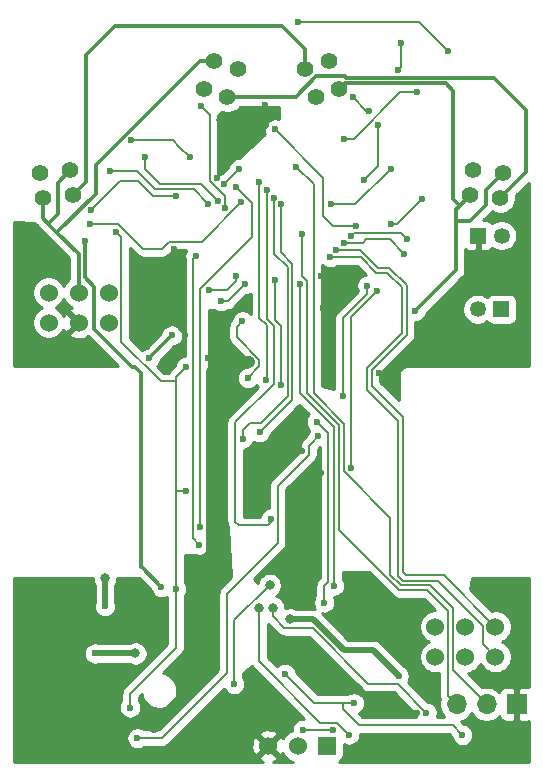
<source format=gbl>
G04 #@! TF.GenerationSoftware,KiCad,Pcbnew,(5.1.9)-1*
G04 #@! TF.CreationDate,2021-05-10T17:03:18+09:00*
G04 #@! TF.ProjectId,part02,70617274-3032-42e6-9b69-6361645f7063,rev?*
G04 #@! TF.SameCoordinates,Original*
G04 #@! TF.FileFunction,Copper,L2,Bot*
G04 #@! TF.FilePolarity,Positive*
%FSLAX46Y46*%
G04 Gerber Fmt 4.6, Leading zero omitted, Abs format (unit mm)*
G04 Created by KiCad (PCBNEW (5.1.9)-1) date 2021-05-10 17:03:18*
%MOMM*%
%LPD*%
G01*
G04 APERTURE LIST*
G04 #@! TA.AperFunction,ComponentPad*
%ADD10O,1.700000X1.700000*%
G04 #@! TD*
G04 #@! TA.AperFunction,ComponentPad*
%ADD11R,1.700000X1.700000*%
G04 #@! TD*
G04 #@! TA.AperFunction,ComponentPad*
%ADD12C,1.350000*%
G04 #@! TD*
G04 #@! TA.AperFunction,ComponentPad*
%ADD13R,1.350000X1.350000*%
G04 #@! TD*
G04 #@! TA.AperFunction,ComponentPad*
%ADD14R,1.524000X1.524000*%
G04 #@! TD*
G04 #@! TA.AperFunction,ComponentPad*
%ADD15C,1.524000*%
G04 #@! TD*
G04 #@! TA.AperFunction,ComponentPad*
%ADD16C,1.416000*%
G04 #@! TD*
G04 #@! TA.AperFunction,ViaPad*
%ADD17C,0.600000*%
G04 #@! TD*
G04 #@! TA.AperFunction,ViaPad*
%ADD18C,0.800000*%
G04 #@! TD*
G04 #@! TA.AperFunction,Conductor*
%ADD19C,0.200000*%
G04 #@! TD*
G04 #@! TA.AperFunction,Conductor*
%ADD20C,0.500000*%
G04 #@! TD*
G04 #@! TA.AperFunction,Conductor*
%ADD21C,1.000000*%
G04 #@! TD*
G04 #@! TA.AperFunction,Conductor*
%ADD22C,0.300000*%
G04 #@! TD*
G04 #@! TA.AperFunction,Conductor*
%ADD23C,0.254000*%
G04 #@! TD*
G04 #@! TA.AperFunction,Conductor*
%ADD24C,0.100000*%
G04 #@! TD*
G04 APERTURE END LIST*
D10*
X115665000Y-126380000D03*
X118205000Y-126380000D03*
D11*
X120745000Y-126380000D03*
D12*
X119488000Y-86708000D03*
D13*
X117488000Y-86708000D03*
D14*
X104706000Y-129921000D03*
D15*
X102206000Y-129921000D03*
X99706000Y-129921000D03*
X116420000Y-122364000D03*
X113880000Y-122364000D03*
X118960000Y-122364000D03*
X118960000Y-119824000D03*
X116420000Y-119824000D03*
X113880000Y-119824000D03*
D12*
X117466000Y-92941000D03*
D13*
X119466000Y-92941000D03*
D15*
X83670000Y-91530000D03*
X86210000Y-91530000D03*
X81130000Y-91530000D03*
X81130000Y-94070000D03*
X83670000Y-94070000D03*
X86210000Y-94070000D03*
D16*
X96265634Y-74993410D03*
X97134366Y-72606590D03*
X102865634Y-72606590D03*
X103734366Y-74993410D03*
X80634833Y-83510688D03*
X83165167Y-83289312D03*
X116834833Y-83289312D03*
X119365167Y-83510688D03*
X82965167Y-81189312D03*
X80434833Y-81410688D03*
X119565167Y-81410688D03*
X117034833Y-81189312D03*
X105734366Y-74293410D03*
X104865634Y-71906590D03*
X95134366Y-71906590D03*
X94265634Y-74293410D03*
D17*
X102603000Y-86538000D03*
X102094000Y-80872000D03*
X82491000Y-118218000D03*
X79635000Y-121126000D03*
X79658000Y-124337000D03*
X91704000Y-87837000D03*
X103252000Y-108749000D03*
X104201000Y-106778000D03*
X98157000Y-104954000D03*
X102561000Y-104954000D03*
X106530000Y-91980000D03*
D18*
X96831000Y-97450000D03*
X98089000Y-97450000D03*
X90032500Y-128326500D03*
X90706500Y-127652500D03*
D17*
X110586000Y-99892000D03*
X109075201Y-98379201D03*
D18*
X93915000Y-120577000D03*
X86868829Y-124760000D03*
X90078000Y-118901000D03*
D17*
X94609000Y-97110000D03*
X112289000Y-124723000D03*
X108627000Y-126460000D03*
X112291000Y-127146000D03*
X88963000Y-89442000D03*
X99437000Y-75682000D03*
X89364000Y-94008000D03*
X92695000Y-95166000D03*
X95372299Y-81795701D03*
X111674597Y-119233597D03*
D18*
X95338000Y-93763000D03*
X90078000Y-120643000D03*
X87590000Y-117241000D03*
X95737000Y-76937000D03*
X117153000Y-89758000D03*
X116198000Y-90713000D03*
X114201000Y-97135000D03*
X121028000Y-97152000D03*
X121276000Y-89388000D03*
X121364000Y-84012000D03*
X94975000Y-107027000D03*
X107583000Y-119504000D03*
X107881000Y-116808000D03*
X121251000Y-116341000D03*
X117367000Y-116235000D03*
X121357000Y-123557000D03*
X90201000Y-130498000D03*
X78593000Y-130561000D03*
X78720000Y-127038000D03*
X85766000Y-127335000D03*
D17*
X104195297Y-90129054D03*
X104319000Y-92851000D03*
X104836000Y-97450000D03*
X104983855Y-88550615D03*
X105459000Y-87907000D03*
X110781000Y-123973000D03*
X85903000Y-118082000D03*
D18*
X85912300Y-115726000D03*
X101606009Y-119205991D03*
D17*
X112145000Y-93122000D03*
X91570000Y-95164000D03*
X89623500Y-97110500D03*
X84669998Y-85690000D03*
X97435000Y-83887000D03*
X84721000Y-84575000D03*
X91923000Y-83393000D03*
X95937986Y-82361388D03*
X97249187Y-81050187D03*
X98007000Y-98759000D03*
X107003000Y-126294000D03*
X101132999Y-123801999D03*
X92774000Y-108315000D03*
X116163000Y-128981000D03*
X92754000Y-97816000D03*
X91911000Y-116649000D03*
X88028000Y-126674000D03*
X97544000Y-93959000D03*
X100283000Y-77723211D03*
X86820001Y-86410999D03*
X107176000Y-85900990D03*
X106574000Y-128955000D03*
X93887000Y-112863000D03*
D18*
X98957000Y-118228000D03*
D17*
X93565361Y-88466560D03*
X105167000Y-128536000D03*
X102629000Y-128536000D03*
X90682000Y-116476000D03*
X84186000Y-87136000D03*
X96856000Y-124668000D03*
X106102615Y-87308743D03*
X111200000Y-88239000D03*
X108958000Y-91371000D03*
D18*
X99848475Y-116301525D03*
D17*
X106752000Y-106386000D03*
X108118000Y-90950000D03*
X103974000Y-103670000D03*
X88649000Y-129259000D03*
X106046000Y-100294000D03*
X112760000Y-83597000D03*
X110106000Y-85736000D03*
X102250000Y-68600000D03*
X114959000Y-71061000D03*
X102374850Y-90778150D03*
X105309000Y-116361000D03*
X100302000Y-90479000D03*
X100770989Y-99317000D03*
X103819000Y-102452000D03*
X104459000Y-117780000D03*
X97743000Y-90831000D03*
X95709386Y-92283614D03*
X94731000Y-91350000D03*
X97032000Y-90163000D03*
X86346000Y-81248000D03*
X94661000Y-83993000D03*
X105015000Y-84073000D03*
X110094000Y-81080000D03*
X94031000Y-75736000D03*
X96074735Y-84398735D03*
X89300000Y-80056000D03*
X95472000Y-83773000D03*
X106860000Y-75014000D03*
X109037000Y-77332000D03*
X108277000Y-76181000D03*
X107857000Y-81973000D03*
X113123000Y-127089998D03*
X93975000Y-111418000D03*
D18*
X100114000Y-118228000D03*
D17*
X97027063Y-82601937D03*
D18*
X88484000Y-122082000D03*
D17*
X85060000Y-122087000D03*
X106757000Y-86708743D03*
X111449000Y-86999000D03*
X99571735Y-98970735D03*
X98968000Y-82132000D03*
X88142000Y-78636000D03*
X93062000Y-80059000D03*
X98993000Y-103372000D03*
X100800000Y-84032000D03*
X97576400Y-103887000D03*
X100193000Y-83493000D03*
X110973000Y-70409000D03*
X110733000Y-72677732D03*
X99926000Y-110680000D03*
X99587000Y-82807000D03*
X106105000Y-78491000D03*
X112308000Y-74584000D03*
D19*
X114942001Y-125657001D02*
X115665000Y-126380000D01*
X113179010Y-116729010D02*
X114942001Y-118492001D01*
X105714000Y-111632397D02*
X110810613Y-116729010D01*
X105714000Y-102754699D02*
X105714000Y-111632397D01*
X114942001Y-118492001D02*
X114942001Y-125657001D01*
X102975000Y-100015699D02*
X105714000Y-102754699D01*
X110810613Y-116729010D02*
X113179010Y-116729010D01*
X102975000Y-90520230D02*
X102975000Y-100015699D01*
X102603000Y-90148230D02*
X102975000Y-90520230D01*
X102603000Y-86538000D02*
X102603000Y-90148230D01*
X115342011Y-123517011D02*
X118205000Y-126380000D01*
X115342011Y-118266011D02*
X115342011Y-123517011D01*
X113405000Y-116329000D02*
X115342011Y-118266011D01*
X110976302Y-116329000D02*
X113405000Y-116329000D01*
X110055000Y-110577002D02*
X110055000Y-115407698D01*
X106151999Y-106674001D02*
X110055000Y-110577002D01*
X106151999Y-102627000D02*
X106151999Y-106674001D01*
X110055000Y-115407698D02*
X110976302Y-116329000D01*
X103556000Y-100031001D02*
X106151999Y-102627000D01*
X103556000Y-82334000D02*
X103556000Y-100031001D01*
X102094000Y-80872000D02*
X103556000Y-82334000D01*
D20*
X79635000Y-121126000D02*
X79635000Y-121074000D01*
X79635000Y-121126000D02*
X79635000Y-124314000D01*
X79635000Y-121074000D02*
X82491000Y-118218000D01*
X79635000Y-124314000D02*
X79658000Y-124337000D01*
D19*
X104201000Y-107800000D02*
X104201000Y-106778000D01*
X103252000Y-108749000D02*
X104201000Y-107800000D01*
X98157000Y-104954000D02*
X102561000Y-104954000D01*
X105077500Y-91037500D02*
X105077500Y-91005500D01*
X105077500Y-91005500D02*
X105610000Y-91538000D01*
X106528000Y-91982000D02*
X106530000Y-91980000D01*
X106054000Y-91982000D02*
X106528000Y-91982000D01*
D21*
X96831000Y-97450000D02*
X97882000Y-97450000D01*
X97882000Y-97450000D02*
X98089000Y-97450000D01*
X95799000Y-97450000D02*
X96831000Y-97450000D01*
X90032500Y-128326500D02*
X94975000Y-123384000D01*
D19*
X109075201Y-98381201D02*
X109075201Y-98379201D01*
X110586000Y-99892000D02*
X109075201Y-98381201D01*
D21*
X94975000Y-120577000D02*
X94975000Y-107027000D01*
X94975000Y-123384000D02*
X94975000Y-120577000D01*
D20*
X93915000Y-120577000D02*
X94975000Y-120577000D01*
X86868829Y-124760000D02*
X87504000Y-124760000D01*
X90078000Y-122186000D02*
X90078000Y-120643000D01*
X87504000Y-124760000D02*
X90078000Y-122186000D01*
D19*
X95341500Y-97842500D02*
X95406500Y-97842500D01*
D21*
X95406500Y-97842500D02*
X95799000Y-97450000D01*
D19*
X94609000Y-97110000D02*
X95341500Y-97842500D01*
D21*
X94975000Y-98274000D02*
X95406500Y-97842500D01*
D19*
X109576000Y-127409000D02*
X108627000Y-126460000D01*
X112028000Y-127409000D02*
X109576000Y-127409000D01*
X112291000Y-127146000D02*
X112291000Y-127146000D01*
X112291000Y-127146000D02*
X112028000Y-127409000D01*
X105699500Y-91627500D02*
X106054000Y-91982000D01*
X105610000Y-91538000D02*
X105699500Y-91627500D01*
X88963000Y-89442000D02*
X88963000Y-93608000D01*
X88963000Y-93608000D02*
X88964000Y-93608000D01*
X88964000Y-93608000D02*
X89364000Y-94008000D01*
X92180000Y-94651000D02*
X92695000Y-95166000D01*
X92180000Y-88313000D02*
X92180000Y-94651000D01*
X91704000Y-87837000D02*
X92180000Y-88313000D01*
X99706000Y-75951000D02*
X99437000Y-75682000D01*
X99706000Y-76198000D02*
X99706000Y-75951000D01*
X99706000Y-76198000D02*
X99706000Y-77042000D01*
X99706000Y-77462000D02*
X99706000Y-77042000D01*
X95372299Y-81795701D02*
X99706000Y-77462000D01*
X112289000Y-119848000D02*
X111674597Y-119233597D01*
X112289000Y-124723000D02*
X112289000Y-119848000D01*
D20*
X90078000Y-120643000D02*
X90078000Y-118901000D01*
D19*
X99706000Y-77462000D02*
X99653000Y-77462000D01*
X99653000Y-77462000D02*
X99560000Y-77369000D01*
X99560000Y-77369000D02*
X99478000Y-77451000D01*
D21*
X94975000Y-107027000D02*
X94975000Y-98274000D01*
D19*
X105077500Y-91005500D02*
X104201054Y-90129054D01*
X104201054Y-90129054D02*
X104195297Y-90129054D01*
X104476000Y-92851000D02*
X104319000Y-92851000D01*
X105699500Y-91627500D02*
X104476000Y-92851000D01*
X111030001Y-91091999D02*
X111030001Y-94946999D01*
X108075190Y-99765190D02*
X110699980Y-102389980D01*
X110699980Y-115486980D02*
X111125000Y-115912000D01*
X117897999Y-121301999D02*
X118960000Y-122364000D01*
X111030001Y-94946999D02*
X108075190Y-97901810D01*
X108075190Y-97901810D02*
X108075190Y-99765190D01*
X110699980Y-102389980D02*
X110699980Y-115486980D01*
X109798002Y-89860000D02*
X111030001Y-91091999D01*
X111125000Y-115912000D02*
X114079762Y-115912000D01*
X108862559Y-89860000D02*
X109798002Y-89860000D01*
X107553174Y-88550615D02*
X108862559Y-89860000D01*
X114079762Y-115912000D02*
X117897999Y-119730237D01*
X117897999Y-119730237D02*
X117897999Y-121301999D01*
X104983855Y-88550615D02*
X107553174Y-88550615D01*
X105460743Y-87908743D02*
X105459000Y-87907000D01*
X109021257Y-89453000D02*
X107477000Y-87908743D01*
X111430011Y-95136389D02*
X111430011Y-90926310D01*
X108475200Y-98091200D02*
X111430011Y-95136389D01*
X111099990Y-102039992D02*
X108475200Y-99415202D01*
X109956701Y-89453000D02*
X109021257Y-89453000D01*
X111099990Y-115165690D02*
X111099990Y-102039992D01*
X111390300Y-115456000D02*
X111099990Y-115165690D01*
X108475200Y-99415202D02*
X108475200Y-98091200D01*
X114592000Y-115456000D02*
X111390300Y-115456000D01*
X107477000Y-87908743D02*
X105460743Y-87908743D01*
X111430011Y-90926310D02*
X109956701Y-89453000D01*
X118960000Y-119824000D02*
X114592000Y-115456000D01*
D20*
X103533991Y-119205991D02*
X106135000Y-121807000D01*
X85903000Y-118082000D02*
X85903000Y-115735300D01*
X108615000Y-121807000D02*
X110781000Y-123973000D01*
X85903000Y-115735300D02*
X85912300Y-115726000D01*
D22*
X83670000Y-91530000D02*
X83670000Y-88289000D01*
X80634833Y-85253833D02*
X80634833Y-84732833D01*
X80634833Y-84732833D02*
X80634833Y-83510688D01*
D20*
X101606009Y-119205991D02*
X103533991Y-119205991D01*
D22*
X115628000Y-89639000D02*
X112145000Y-93122000D01*
X91570000Y-95164000D02*
X89623500Y-97110500D01*
X115628000Y-85445000D02*
X116782000Y-85445000D01*
X115628000Y-84496145D02*
X115628000Y-85445000D01*
X115628000Y-85445000D02*
X115628000Y-89639000D01*
X116782000Y-85445000D02*
X118119000Y-84108000D01*
X118119000Y-82856855D02*
X119565167Y-81410688D01*
X118119000Y-84108000D02*
X118119000Y-82856855D01*
X115866573Y-84257573D02*
X115853573Y-84257573D01*
X115866573Y-84257573D02*
X115628000Y-84496145D01*
X115954072Y-84170072D02*
X115866573Y-84257573D01*
X116834833Y-83289312D02*
X115954072Y-84170072D01*
X81838000Y-86457000D02*
X81838000Y-86408000D01*
X83670000Y-88289000D02*
X81838000Y-86457000D01*
X81838000Y-86408000D02*
X85100000Y-83146000D01*
X85100000Y-80715998D02*
X93909408Y-71906590D01*
X93909408Y-71906590D02*
X95134366Y-71906590D01*
X85100000Y-83146000D02*
X85100000Y-80715998D01*
X81888000Y-84916000D02*
X81092500Y-85711500D01*
X81888000Y-82266479D02*
X81888000Y-84916000D01*
X82965167Y-81189312D02*
X81888000Y-82266479D01*
X81092500Y-85711500D02*
X80634833Y-85253833D01*
X81838000Y-86457000D02*
X81092500Y-85711500D01*
X106200034Y-73827742D02*
X105734366Y-74293410D01*
X114792742Y-73827742D02*
X106200034Y-73827742D01*
X115402000Y-74437000D02*
X114792742Y-73827742D01*
X115402000Y-83618000D02*
X115402000Y-74437000D01*
X115954072Y-84170072D02*
X115402000Y-83618000D01*
D20*
X106135000Y-121807000D02*
X108615000Y-121807000D01*
D19*
X84669998Y-85690000D02*
X86998000Y-85690000D01*
X94096000Y-87226000D02*
X97435000Y-83887000D01*
X86998000Y-85690000D02*
X89157000Y-87849000D01*
X89157000Y-87849000D02*
X90735000Y-87849000D01*
X90735000Y-87849000D02*
X91358000Y-87226000D01*
X91358000Y-87226000D02*
X94096000Y-87226000D01*
X97435000Y-83887000D02*
X97472999Y-83849001D01*
X91923000Y-83393000D02*
X89945000Y-83393000D01*
X89945000Y-83393000D02*
X88665000Y-82113000D01*
X87183000Y-82113000D02*
X84721000Y-84575000D01*
X88665000Y-82113000D02*
X87183000Y-82113000D01*
X96808187Y-81491187D02*
X97249187Y-81050187D01*
X95937986Y-82361388D02*
X96808187Y-81491187D01*
X103625000Y-126294000D02*
X101132999Y-123801999D01*
X104747000Y-126294000D02*
X103625000Y-126294000D01*
X115342000Y-128160000D02*
X116163000Y-128981000D01*
X106050000Y-126294000D02*
X106050000Y-126817000D01*
X107003000Y-126294000D02*
X106050000Y-126294000D01*
X106050000Y-126294000D02*
X104747000Y-126294000D01*
X107393000Y-128160000D02*
X115342000Y-128160000D01*
X106050000Y-126817000D02*
X107393000Y-128160000D01*
X98007000Y-98759000D02*
X98980000Y-97786000D01*
X92774000Y-108315000D02*
X91955000Y-108315000D01*
X91955000Y-108315000D02*
X91911000Y-108271000D01*
X91911000Y-108271000D02*
X91911000Y-99447000D01*
X91911000Y-113161000D02*
X91911000Y-108271000D01*
X91911000Y-113161000D02*
X91911000Y-116649000D01*
X91911000Y-118020000D02*
X91911000Y-116649000D01*
X88028000Y-125477000D02*
X91911000Y-121594000D01*
X88028000Y-126674000D02*
X88028000Y-125477000D01*
X91911000Y-121594000D02*
X91911000Y-118020000D01*
X92332000Y-98238000D02*
X92331000Y-98238000D01*
X91911000Y-98659000D02*
X92332000Y-98238000D01*
X92332000Y-98238000D02*
X92754000Y-97816000D01*
X98980000Y-97209616D02*
X97085000Y-95314616D01*
X98980000Y-97786000D02*
X98980000Y-97209616D01*
X97085000Y-94418000D02*
X97544000Y-93959000D01*
X97085000Y-95314616D02*
X97085000Y-94418000D01*
X87272001Y-86862999D02*
X87272001Y-95699001D01*
X90610000Y-99037000D02*
X91911000Y-99037000D01*
X87272001Y-95699001D02*
X90610000Y-99037000D01*
X91911000Y-99037000D02*
X91911000Y-98659000D01*
X91911000Y-99447000D02*
X91911000Y-99037000D01*
X86820001Y-86410999D02*
X87272001Y-86862999D01*
X105244990Y-85900990D02*
X107176000Y-85900990D01*
X100283000Y-77723211D02*
X104386000Y-81826211D01*
X104386000Y-81826211D02*
X104386000Y-85042000D01*
X104386000Y-85042000D02*
X105244990Y-85900990D01*
X105554999Y-127935999D02*
X106574000Y-128955000D01*
X104141999Y-127935999D02*
X105554999Y-127935999D01*
X98957000Y-122751000D02*
X104141999Y-127935999D01*
X98957000Y-118228000D02*
X98957000Y-122751000D01*
X93374999Y-88656922D02*
X93565361Y-88466560D01*
X93374999Y-112350999D02*
X93374999Y-88656922D01*
X93887000Y-112863000D02*
X93374999Y-112350999D01*
X105167000Y-128536000D02*
X102629000Y-128536000D01*
D22*
X90682000Y-116476000D02*
X89012000Y-114806000D01*
X84964000Y-94649000D02*
X84964000Y-91018000D01*
X84186000Y-90240000D02*
X84186000Y-87136000D01*
X84964000Y-91018000D02*
X84186000Y-90240000D01*
X84964000Y-94649000D02*
X88162000Y-97847000D01*
X88483410Y-97847000D02*
X88950010Y-98313600D01*
X88162000Y-97847000D02*
X88483410Y-97847000D01*
X88950010Y-114744010D02*
X89012000Y-114806000D01*
X88950010Y-98313600D02*
X88950010Y-114744010D01*
D19*
X96856000Y-121170000D02*
X96856000Y-124668000D01*
X99847473Y-116301525D02*
X99848475Y-116301525D01*
X96856000Y-119292998D02*
X99847473Y-116301525D01*
X96856000Y-121170000D02*
X96856000Y-119292998D01*
X106752000Y-106386000D02*
X106752000Y-93577000D01*
X106752000Y-93577000D02*
X106826500Y-93502500D01*
X108958000Y-91371000D02*
X106826500Y-93502500D01*
X107725529Y-87308743D02*
X106102615Y-87308743D01*
X108002272Y-87032000D02*
X107725529Y-87308743D01*
X109993000Y-87032000D02*
X108002272Y-87032000D01*
X111200000Y-88239000D02*
X109993000Y-87032000D01*
X103974000Y-103670000D02*
X103391000Y-104253000D01*
X88649000Y-129259000D02*
X90764000Y-129259000D01*
X90764000Y-129259000D02*
X96245000Y-123778000D01*
X96245000Y-123778000D02*
X96245000Y-117012000D01*
X100526001Y-107877001D02*
X103161001Y-105242001D01*
X100526001Y-112730999D02*
X100526001Y-107877001D01*
X96245000Y-117012000D02*
X100526001Y-112730999D01*
X103161001Y-104482999D02*
X103391000Y-104253000D01*
X103161001Y-105242001D02*
X103161001Y-104482999D01*
X108118000Y-90950000D02*
X108118000Y-91645302D01*
X106046000Y-93717302D02*
X106046000Y-100294000D01*
X108118000Y-91645302D02*
X106046000Y-93717302D01*
X112760000Y-83597000D02*
X110621000Y-85736000D01*
X110621000Y-85736000D02*
X110106000Y-85736000D01*
X112498000Y-68600000D02*
X114959000Y-71061000D01*
X102250000Y-68600000D02*
X112498000Y-68600000D01*
D22*
X96265634Y-74993410D02*
X99996410Y-74993410D01*
X119365167Y-83510688D02*
X121533000Y-81342855D01*
X121533000Y-81342855D02*
X121533000Y-76052000D01*
X102044656Y-74993410D02*
X99996410Y-74993410D01*
X103802657Y-73235409D02*
X102044656Y-74993410D01*
X106242207Y-73235409D02*
X103802657Y-73235409D01*
X106334530Y-73327732D02*
X106242207Y-73235409D01*
X118808732Y-73327732D02*
X106334530Y-73327732D01*
X121533000Y-76052000D02*
X118808732Y-73327732D01*
X102865634Y-70925634D02*
X102865634Y-72606590D01*
X100923000Y-68983000D02*
X102865634Y-70925634D01*
X83165167Y-83289312D02*
X84302000Y-82152479D01*
X84302000Y-82152479D02*
X84302000Y-71449000D01*
X86768000Y-68983000D02*
X100923000Y-68983000D01*
X84302000Y-71449000D02*
X86768000Y-68983000D01*
D19*
X102374850Y-93837150D02*
X102374850Y-90778150D01*
X102374850Y-93837150D02*
X102374850Y-94757150D01*
X102374850Y-94757150D02*
X102374850Y-100016059D01*
X105313990Y-102955199D02*
X105313990Y-106967389D01*
X102374850Y-100016059D02*
X105313990Y-102955199D01*
X105313990Y-116356010D02*
X105309000Y-116361000D01*
X105313990Y-106967389D02*
X105313990Y-116356010D01*
X100302000Y-90479000D02*
X100302000Y-93852000D01*
X100302000Y-93852000D02*
X100779000Y-94329000D01*
X100779000Y-94329000D02*
X100779000Y-98910000D01*
X100779000Y-98910000D02*
X100779000Y-99326000D01*
X104459000Y-116340000D02*
X104459000Y-117780000D01*
X104801001Y-115997999D02*
X104459000Y-116340000D01*
X104801001Y-103434001D02*
X104801001Y-115997999D01*
X103819000Y-102452000D02*
X104801001Y-103434001D01*
X96290386Y-92283614D02*
X95709386Y-92283614D01*
X97743000Y-90831000D02*
X96290386Y-92283614D01*
X97032000Y-90163000D02*
X97032000Y-90571000D01*
X96253000Y-91350000D02*
X94731000Y-91350000D01*
X97032000Y-90571000D02*
X96253000Y-91350000D01*
X88592998Y-81248000D02*
X86346000Y-81248000D01*
X90137998Y-82793000D02*
X88592998Y-81248000D01*
X93460999Y-82792999D02*
X90137998Y-82793000D01*
X94661000Y-83993000D02*
X93460999Y-82792999D01*
X105015000Y-84073000D02*
X107101000Y-84073000D01*
X107101000Y-84073000D02*
X110094000Y-81080000D01*
X94686000Y-76391000D02*
X94031000Y-75736000D01*
X94772298Y-76477298D02*
X94686000Y-76391000D01*
X94772298Y-76477298D02*
X94772298Y-82083702D01*
X94772298Y-82083702D02*
X94772298Y-82095298D01*
X96072001Y-84396001D02*
X96074735Y-84398735D01*
X96072001Y-83383405D02*
X96072001Y-84396001D01*
X94772298Y-82083702D02*
X96072001Y-83383405D01*
X89300000Y-81067000D02*
X89300000Y-80056000D01*
X90577000Y-82344000D02*
X89300000Y-81067000D01*
X90577000Y-82344000D02*
X93938000Y-82344000D01*
X93938000Y-82344000D02*
X93960000Y-82344000D01*
X94043000Y-82344000D02*
X95472000Y-83773000D01*
X93938000Y-82344000D02*
X94043000Y-82344000D01*
X108027000Y-76181000D02*
X106860000Y-75014000D01*
X108277000Y-76181000D02*
X108027000Y-76181000D01*
X109037000Y-80793000D02*
X107857000Y-81973000D01*
X109037000Y-77332000D02*
X109037000Y-80793000D01*
X113123000Y-127089998D02*
X110668000Y-124634998D01*
X110668000Y-124634998D02*
X108185168Y-124634998D01*
X108185168Y-124634998D02*
X103476170Y-119926000D01*
X103476170Y-119926000D02*
X101125000Y-119926000D01*
X101125000Y-119926000D02*
X101091000Y-119926000D01*
X100114000Y-118949000D02*
X100114000Y-118228000D01*
X101091000Y-119926000D02*
X100114000Y-118949000D01*
X98381000Y-86811998D02*
X98381000Y-83955874D01*
X93975000Y-111418000D02*
X93975000Y-91217998D01*
X93975000Y-91217998D02*
X98381000Y-86811998D01*
X98381000Y-83955874D02*
X97027063Y-82601937D01*
D20*
X88484000Y-122082000D02*
X85065000Y-122082000D01*
X85065000Y-122082000D02*
X85060000Y-122087000D01*
D19*
X106964743Y-86501000D02*
X106757000Y-86708743D01*
X110951000Y-86501000D02*
X106964743Y-86501000D01*
X111449000Y-86999000D02*
X110951000Y-86501000D01*
X98968000Y-93696998D02*
X98968000Y-82132000D01*
X99580001Y-98962469D02*
X99580001Y-94308999D01*
X99580001Y-94308999D02*
X98968000Y-93696998D01*
X99571735Y-98970735D02*
X99580001Y-98962469D01*
X98968000Y-82132000D02*
X98968000Y-82132000D01*
X91639000Y-78636000D02*
X92182765Y-79179765D01*
X88142000Y-78636000D02*
X91639000Y-78636000D01*
X92182765Y-79179765D02*
X93062000Y-80059000D01*
X100800000Y-84032000D02*
X100800000Y-84032000D01*
X101770999Y-100594001D02*
X98993000Y-103372000D01*
X101770999Y-89076999D02*
X101770999Y-100594001D01*
X100800000Y-88106000D02*
X101770999Y-89076999D01*
X100800000Y-84032000D02*
X100800000Y-88106000D01*
X100193000Y-88227000D02*
X100193000Y-83493000D01*
X101370989Y-89404989D02*
X100193000Y-88227000D01*
X101370989Y-100330011D02*
X101370989Y-89404989D01*
X98163800Y-102579000D02*
X99122000Y-102579000D01*
X99122000Y-102579000D02*
X101370989Y-100330011D01*
X97576400Y-103166400D02*
X98163800Y-102579000D01*
X97576400Y-103887000D02*
X97576400Y-103166400D01*
X110973000Y-72437732D02*
X110733000Y-72677732D01*
X110973000Y-70409000D02*
X110973000Y-72437732D01*
X100171736Y-99258736D02*
X100171736Y-94335036D01*
X96924000Y-102506472D02*
X100171736Y-99258736D01*
X96924000Y-110921000D02*
X96924000Y-102506472D01*
X97254000Y-111251000D02*
X96924000Y-110921000D01*
X99670000Y-111251000D02*
X97254000Y-111251000D01*
X99926000Y-110995000D02*
X99670000Y-111251000D01*
X99926000Y-110680000D02*
X99926000Y-110995000D01*
X99587000Y-93750300D02*
X99587000Y-82807000D01*
X100171736Y-94335036D02*
X99587000Y-93750300D01*
X106989998Y-78491000D02*
X106105000Y-78491000D01*
X110896998Y-74584000D02*
X106989998Y-78491000D01*
X112308000Y-74584000D02*
X110896998Y-74584000D01*
D23*
X98233000Y-93325710D02*
X98140028Y-93232738D01*
X97986889Y-93130414D01*
X97816729Y-93059932D01*
X97636089Y-93024000D01*
X97451911Y-93024000D01*
X97271271Y-93059932D01*
X97101111Y-93130414D01*
X96947972Y-93232738D01*
X96817738Y-93362972D01*
X96715414Y-93516111D01*
X96644932Y-93686271D01*
X96612068Y-93851486D01*
X96590808Y-93872746D01*
X96562763Y-93895762D01*
X96470914Y-94007680D01*
X96412703Y-94116586D01*
X96402664Y-94135367D01*
X96360635Y-94273915D01*
X96346444Y-94418000D01*
X96350000Y-94454105D01*
X96350000Y-95278511D01*
X96346444Y-95314616D01*
X96357899Y-95430922D01*
X96360635Y-95458700D01*
X96402663Y-95597248D01*
X96470913Y-95724935D01*
X96562762Y-95836853D01*
X96590808Y-95859870D01*
X98228745Y-97497808D01*
X97899485Y-97827068D01*
X97734271Y-97859932D01*
X97564111Y-97930414D01*
X97410972Y-98032738D01*
X97280738Y-98162972D01*
X97178414Y-98316111D01*
X97107932Y-98486271D01*
X97072000Y-98666911D01*
X97072000Y-98851089D01*
X97107932Y-99031729D01*
X97178414Y-99201889D01*
X97280738Y-99355028D01*
X97410972Y-99485262D01*
X97564111Y-99587586D01*
X97734271Y-99658068D01*
X97914911Y-99694000D01*
X98099089Y-99694000D01*
X98279729Y-99658068D01*
X98449889Y-99587586D01*
X98603028Y-99485262D01*
X98723091Y-99365199D01*
X98743149Y-99413624D01*
X98836977Y-99554048D01*
X96429808Y-101961218D01*
X96401763Y-101984234D01*
X96309914Y-102096152D01*
X96303930Y-102107348D01*
X96241664Y-102223839D01*
X96199635Y-102362387D01*
X96185444Y-102506472D01*
X96189001Y-102542587D01*
X96189000Y-110884895D01*
X96185444Y-110921000D01*
X96191976Y-110987321D01*
X96199635Y-111065084D01*
X96241663Y-111203632D01*
X96309913Y-111331319D01*
X96323288Y-111347617D01*
X96580843Y-115636711D01*
X95750808Y-116466746D01*
X95722763Y-116489762D01*
X95630914Y-116601680D01*
X95579008Y-116698789D01*
X95562664Y-116729367D01*
X95520635Y-116867915D01*
X95506444Y-117012000D01*
X95510001Y-117048115D01*
X95510000Y-123473553D01*
X90459554Y-128524000D01*
X89231951Y-128524000D01*
X89091889Y-128430414D01*
X88921729Y-128359932D01*
X88741089Y-128324000D01*
X88556911Y-128324000D01*
X88376271Y-128359932D01*
X88206111Y-128430414D01*
X88052972Y-128532738D01*
X87922738Y-128662972D01*
X87820414Y-128816111D01*
X87749932Y-128986271D01*
X87714000Y-129166911D01*
X87714000Y-129351089D01*
X87749932Y-129531729D01*
X87820414Y-129701889D01*
X87922738Y-129855028D01*
X88052972Y-129985262D01*
X88206111Y-130087586D01*
X88376271Y-130158068D01*
X88556911Y-130194000D01*
X88741089Y-130194000D01*
X88921729Y-130158068D01*
X89091889Y-130087586D01*
X89231951Y-129994000D01*
X90727895Y-129994000D01*
X90764000Y-129997556D01*
X90800105Y-129994000D01*
X90810085Y-129993017D01*
X98304090Y-129993017D01*
X98345078Y-130265133D01*
X98438364Y-130524023D01*
X98500344Y-130639980D01*
X98740435Y-130706960D01*
X99526395Y-129921000D01*
X98740435Y-129135040D01*
X98500344Y-129202020D01*
X98383244Y-129451048D01*
X98316977Y-129718135D01*
X98304090Y-129993017D01*
X90810085Y-129993017D01*
X90908085Y-129983365D01*
X91046633Y-129941337D01*
X91174320Y-129873087D01*
X91286238Y-129781238D01*
X91309259Y-129753187D01*
X92107011Y-128955435D01*
X98920040Y-128955435D01*
X99706000Y-129741395D01*
X100491960Y-128955435D01*
X100424980Y-128715344D01*
X100175952Y-128598244D01*
X99908865Y-128531977D01*
X99633983Y-128519090D01*
X99361867Y-128560078D01*
X99102977Y-128653364D01*
X98987020Y-128715344D01*
X98920040Y-128955435D01*
X92107011Y-128955435D01*
X96005196Y-125057250D01*
X96027414Y-125110889D01*
X96129738Y-125264028D01*
X96259972Y-125394262D01*
X96413111Y-125496586D01*
X96583271Y-125567068D01*
X96763911Y-125603000D01*
X96948089Y-125603000D01*
X97128729Y-125567068D01*
X97298889Y-125496586D01*
X97452028Y-125394262D01*
X97582262Y-125264028D01*
X97684586Y-125110889D01*
X97755068Y-124940729D01*
X97791000Y-124760089D01*
X97791000Y-124575911D01*
X97755068Y-124395271D01*
X97684586Y-124225111D01*
X97591000Y-124085049D01*
X97591000Y-123726757D01*
X98357210Y-123178739D01*
X98434763Y-123273238D01*
X98462808Y-123296254D01*
X102779091Y-127612537D01*
X102721089Y-127601000D01*
X102536911Y-127601000D01*
X102356271Y-127636932D01*
X102186111Y-127707414D01*
X102032972Y-127809738D01*
X101902738Y-127939972D01*
X101800414Y-128093111D01*
X101729932Y-128263271D01*
X101694000Y-128443911D01*
X101694000Y-128620976D01*
X101544273Y-128682995D01*
X101315465Y-128835880D01*
X101120880Y-129030465D01*
X100967995Y-129259273D01*
X100956758Y-129286401D01*
X100911656Y-129202020D01*
X100671565Y-129135040D01*
X99885605Y-129921000D01*
X100671565Y-130706960D01*
X100911656Y-130639980D01*
X100954218Y-130549467D01*
X100967995Y-130582727D01*
X101120880Y-130811535D01*
X101315465Y-131006120D01*
X101544273Y-131159005D01*
X101798510Y-131264314D01*
X101801959Y-131265000D01*
X100097095Y-131265000D01*
X100309023Y-131188636D01*
X100424980Y-131126656D01*
X100491960Y-130886565D01*
X99706000Y-130100605D01*
X98920040Y-130886565D01*
X98987020Y-131126656D01*
X99236048Y-131243756D01*
X99321671Y-131265000D01*
X78235000Y-131265000D01*
X78235000Y-121994911D01*
X84125000Y-121994911D01*
X84125000Y-122179089D01*
X84160932Y-122359729D01*
X84231414Y-122529889D01*
X84333738Y-122683028D01*
X84463972Y-122813262D01*
X84617111Y-122915586D01*
X84787271Y-122986068D01*
X84967911Y-123022000D01*
X85152089Y-123022000D01*
X85332729Y-122986068D01*
X85378764Y-122967000D01*
X87945546Y-122967000D01*
X87993744Y-122999205D01*
X88182102Y-123077226D01*
X88382061Y-123117000D01*
X88585939Y-123117000D01*
X88785898Y-123077226D01*
X88974256Y-122999205D01*
X89143774Y-122885937D01*
X89287937Y-122741774D01*
X89401205Y-122572256D01*
X89479226Y-122383898D01*
X89519000Y-122183939D01*
X89519000Y-121980061D01*
X89479226Y-121780102D01*
X89401205Y-121591744D01*
X89287937Y-121422226D01*
X89143774Y-121278063D01*
X88974256Y-121164795D01*
X88785898Y-121086774D01*
X88585939Y-121047000D01*
X88382061Y-121047000D01*
X88182102Y-121086774D01*
X87993744Y-121164795D01*
X87945546Y-121197000D01*
X85354621Y-121197000D01*
X85332729Y-121187932D01*
X85152089Y-121152000D01*
X84967911Y-121152000D01*
X84787271Y-121187932D01*
X84617111Y-121258414D01*
X84463972Y-121360738D01*
X84333738Y-121490972D01*
X84231414Y-121644111D01*
X84160932Y-121814271D01*
X84125000Y-121994911D01*
X78235000Y-121994911D01*
X78235000Y-115735000D01*
X84877300Y-115735000D01*
X84877300Y-115827939D01*
X84917074Y-116027898D01*
X84995095Y-116216256D01*
X85018001Y-116250537D01*
X85018000Y-117775307D01*
X85003932Y-117809271D01*
X84968000Y-117989911D01*
X84968000Y-118174089D01*
X85003932Y-118354729D01*
X85074414Y-118524889D01*
X85176738Y-118678028D01*
X85306972Y-118808262D01*
X85460111Y-118910586D01*
X85630271Y-118981068D01*
X85810911Y-119017000D01*
X85995089Y-119017000D01*
X86175729Y-118981068D01*
X86345889Y-118910586D01*
X86499028Y-118808262D01*
X86629262Y-118678028D01*
X86731586Y-118524889D01*
X86802068Y-118354729D01*
X86838000Y-118174089D01*
X86838000Y-117989911D01*
X86802068Y-117809271D01*
X86788000Y-117775308D01*
X86788000Y-116278373D01*
X86829505Y-116216256D01*
X86907526Y-116027898D01*
X86947300Y-115827939D01*
X86947300Y-115735000D01*
X88463895Y-115735000D01*
X88500000Y-115738556D01*
X88536105Y-115735000D01*
X88644085Y-115724365D01*
X88779216Y-115683373D01*
X89767626Y-116671783D01*
X89782932Y-116748729D01*
X89853414Y-116918889D01*
X89955738Y-117072028D01*
X90085972Y-117202262D01*
X90239111Y-117304586D01*
X90409271Y-117375068D01*
X90589911Y-117411000D01*
X90774089Y-117411000D01*
X90954729Y-117375068D01*
X91124889Y-117304586D01*
X91176001Y-117270434D01*
X91176000Y-118056104D01*
X91176001Y-118056114D01*
X91176000Y-121289553D01*
X87533808Y-124931746D01*
X87505763Y-124954762D01*
X87413914Y-125066680D01*
X87365511Y-125157236D01*
X87345664Y-125194367D01*
X87303635Y-125332915D01*
X87289444Y-125477000D01*
X87293001Y-125513115D01*
X87293000Y-126091049D01*
X87199414Y-126231111D01*
X87128932Y-126401271D01*
X87093000Y-126581911D01*
X87093000Y-126766089D01*
X87128932Y-126946729D01*
X87199414Y-127116889D01*
X87301738Y-127270028D01*
X87431972Y-127400262D01*
X87585111Y-127502586D01*
X87755271Y-127573068D01*
X87935911Y-127609000D01*
X88120089Y-127609000D01*
X88300729Y-127573068D01*
X88470889Y-127502586D01*
X88624028Y-127400262D01*
X88754262Y-127270028D01*
X88856586Y-127116889D01*
X88927068Y-126946729D01*
X88963000Y-126766089D01*
X88963000Y-126581911D01*
X88927068Y-126401271D01*
X88856586Y-126231111D01*
X88763000Y-126091049D01*
X88763000Y-125781446D01*
X88997899Y-125546547D01*
X89027747Y-125696603D01*
X89143164Y-125975244D01*
X89310723Y-126226014D01*
X89523986Y-126439277D01*
X89774756Y-126606836D01*
X90053397Y-126722253D01*
X90349201Y-126781092D01*
X90650799Y-126781092D01*
X90946603Y-126722253D01*
X91225244Y-126606836D01*
X91476014Y-126439277D01*
X91689277Y-126226014D01*
X91856836Y-125975244D01*
X91972253Y-125696603D01*
X92031092Y-125400799D01*
X92031092Y-125099201D01*
X91972253Y-124803397D01*
X91856836Y-124524756D01*
X91689277Y-124273986D01*
X91476014Y-124060723D01*
X91225244Y-123893164D01*
X90946603Y-123777747D01*
X90796547Y-123747899D01*
X92405197Y-122139250D01*
X92433237Y-122116238D01*
X92456250Y-122088197D01*
X92456253Y-122088194D01*
X92525086Y-122004321D01*
X92525087Y-122004320D01*
X92593337Y-121876633D01*
X92635365Y-121738085D01*
X92646000Y-121630105D01*
X92646000Y-121630096D01*
X92649555Y-121594001D01*
X92646000Y-121557906D01*
X92646000Y-117231951D01*
X92739586Y-117091889D01*
X92810068Y-116921729D01*
X92846000Y-116741089D01*
X92846000Y-116556911D01*
X92810068Y-116376271D01*
X92739586Y-116206111D01*
X92646000Y-116066049D01*
X92646000Y-113746599D01*
X93551609Y-113736113D01*
X93614271Y-113762068D01*
X93794911Y-113798000D01*
X93979089Y-113798000D01*
X94159729Y-113762068D01*
X94329889Y-113691586D01*
X94483028Y-113589262D01*
X94613262Y-113459028D01*
X94715586Y-113305889D01*
X94786068Y-113135729D01*
X94822000Y-112955089D01*
X94822000Y-112770911D01*
X94786068Y-112590271D01*
X94715586Y-112420111D01*
X94613262Y-112266972D01*
X94522786Y-112176496D01*
X94571028Y-112144262D01*
X94701262Y-112014028D01*
X94803586Y-111860889D01*
X94874068Y-111690729D01*
X94910000Y-111510089D01*
X94910000Y-111325911D01*
X94874068Y-111145271D01*
X94803586Y-110975111D01*
X94710000Y-110835049D01*
X94710000Y-93002000D01*
X95105482Y-93002000D01*
X95113358Y-93009876D01*
X95266497Y-93112200D01*
X95436657Y-93182682D01*
X95617297Y-93218614D01*
X95801475Y-93218614D01*
X95982115Y-93182682D01*
X96152275Y-93112200D01*
X96287448Y-93021881D01*
X96290386Y-93022170D01*
X96326491Y-93018614D01*
X96434471Y-93007979D01*
X96573019Y-92965951D01*
X96700706Y-92897701D01*
X96812624Y-92805852D01*
X96835644Y-92777802D01*
X97850515Y-91762931D01*
X98015729Y-91730068D01*
X98185889Y-91659586D01*
X98233000Y-91628107D01*
X98233000Y-93325710D01*
G04 #@! TA.AperFunction,Conductor*
D24*
G36*
X98233000Y-93325710D02*
G01*
X98140028Y-93232738D01*
X97986889Y-93130414D01*
X97816729Y-93059932D01*
X97636089Y-93024000D01*
X97451911Y-93024000D01*
X97271271Y-93059932D01*
X97101111Y-93130414D01*
X96947972Y-93232738D01*
X96817738Y-93362972D01*
X96715414Y-93516111D01*
X96644932Y-93686271D01*
X96612068Y-93851486D01*
X96590808Y-93872746D01*
X96562763Y-93895762D01*
X96470914Y-94007680D01*
X96412703Y-94116586D01*
X96402664Y-94135367D01*
X96360635Y-94273915D01*
X96346444Y-94418000D01*
X96350000Y-94454105D01*
X96350000Y-95278511D01*
X96346444Y-95314616D01*
X96357899Y-95430922D01*
X96360635Y-95458700D01*
X96402663Y-95597248D01*
X96470913Y-95724935D01*
X96562762Y-95836853D01*
X96590808Y-95859870D01*
X98228745Y-97497808D01*
X97899485Y-97827068D01*
X97734271Y-97859932D01*
X97564111Y-97930414D01*
X97410972Y-98032738D01*
X97280738Y-98162972D01*
X97178414Y-98316111D01*
X97107932Y-98486271D01*
X97072000Y-98666911D01*
X97072000Y-98851089D01*
X97107932Y-99031729D01*
X97178414Y-99201889D01*
X97280738Y-99355028D01*
X97410972Y-99485262D01*
X97564111Y-99587586D01*
X97734271Y-99658068D01*
X97914911Y-99694000D01*
X98099089Y-99694000D01*
X98279729Y-99658068D01*
X98449889Y-99587586D01*
X98603028Y-99485262D01*
X98723091Y-99365199D01*
X98743149Y-99413624D01*
X98836977Y-99554048D01*
X96429808Y-101961218D01*
X96401763Y-101984234D01*
X96309914Y-102096152D01*
X96303930Y-102107348D01*
X96241664Y-102223839D01*
X96199635Y-102362387D01*
X96185444Y-102506472D01*
X96189001Y-102542587D01*
X96189000Y-110884895D01*
X96185444Y-110921000D01*
X96191976Y-110987321D01*
X96199635Y-111065084D01*
X96241663Y-111203632D01*
X96309913Y-111331319D01*
X96323288Y-111347617D01*
X96580843Y-115636711D01*
X95750808Y-116466746D01*
X95722763Y-116489762D01*
X95630914Y-116601680D01*
X95579008Y-116698789D01*
X95562664Y-116729367D01*
X95520635Y-116867915D01*
X95506444Y-117012000D01*
X95510001Y-117048115D01*
X95510000Y-123473553D01*
X90459554Y-128524000D01*
X89231951Y-128524000D01*
X89091889Y-128430414D01*
X88921729Y-128359932D01*
X88741089Y-128324000D01*
X88556911Y-128324000D01*
X88376271Y-128359932D01*
X88206111Y-128430414D01*
X88052972Y-128532738D01*
X87922738Y-128662972D01*
X87820414Y-128816111D01*
X87749932Y-128986271D01*
X87714000Y-129166911D01*
X87714000Y-129351089D01*
X87749932Y-129531729D01*
X87820414Y-129701889D01*
X87922738Y-129855028D01*
X88052972Y-129985262D01*
X88206111Y-130087586D01*
X88376271Y-130158068D01*
X88556911Y-130194000D01*
X88741089Y-130194000D01*
X88921729Y-130158068D01*
X89091889Y-130087586D01*
X89231951Y-129994000D01*
X90727895Y-129994000D01*
X90764000Y-129997556D01*
X90800105Y-129994000D01*
X90810085Y-129993017D01*
X98304090Y-129993017D01*
X98345078Y-130265133D01*
X98438364Y-130524023D01*
X98500344Y-130639980D01*
X98740435Y-130706960D01*
X99526395Y-129921000D01*
X98740435Y-129135040D01*
X98500344Y-129202020D01*
X98383244Y-129451048D01*
X98316977Y-129718135D01*
X98304090Y-129993017D01*
X90810085Y-129993017D01*
X90908085Y-129983365D01*
X91046633Y-129941337D01*
X91174320Y-129873087D01*
X91286238Y-129781238D01*
X91309259Y-129753187D01*
X92107011Y-128955435D01*
X98920040Y-128955435D01*
X99706000Y-129741395D01*
X100491960Y-128955435D01*
X100424980Y-128715344D01*
X100175952Y-128598244D01*
X99908865Y-128531977D01*
X99633983Y-128519090D01*
X99361867Y-128560078D01*
X99102977Y-128653364D01*
X98987020Y-128715344D01*
X98920040Y-128955435D01*
X92107011Y-128955435D01*
X96005196Y-125057250D01*
X96027414Y-125110889D01*
X96129738Y-125264028D01*
X96259972Y-125394262D01*
X96413111Y-125496586D01*
X96583271Y-125567068D01*
X96763911Y-125603000D01*
X96948089Y-125603000D01*
X97128729Y-125567068D01*
X97298889Y-125496586D01*
X97452028Y-125394262D01*
X97582262Y-125264028D01*
X97684586Y-125110889D01*
X97755068Y-124940729D01*
X97791000Y-124760089D01*
X97791000Y-124575911D01*
X97755068Y-124395271D01*
X97684586Y-124225111D01*
X97591000Y-124085049D01*
X97591000Y-123726757D01*
X98357210Y-123178739D01*
X98434763Y-123273238D01*
X98462808Y-123296254D01*
X102779091Y-127612537D01*
X102721089Y-127601000D01*
X102536911Y-127601000D01*
X102356271Y-127636932D01*
X102186111Y-127707414D01*
X102032972Y-127809738D01*
X101902738Y-127939972D01*
X101800414Y-128093111D01*
X101729932Y-128263271D01*
X101694000Y-128443911D01*
X101694000Y-128620976D01*
X101544273Y-128682995D01*
X101315465Y-128835880D01*
X101120880Y-129030465D01*
X100967995Y-129259273D01*
X100956758Y-129286401D01*
X100911656Y-129202020D01*
X100671565Y-129135040D01*
X99885605Y-129921000D01*
X100671565Y-130706960D01*
X100911656Y-130639980D01*
X100954218Y-130549467D01*
X100967995Y-130582727D01*
X101120880Y-130811535D01*
X101315465Y-131006120D01*
X101544273Y-131159005D01*
X101798510Y-131264314D01*
X101801959Y-131265000D01*
X100097095Y-131265000D01*
X100309023Y-131188636D01*
X100424980Y-131126656D01*
X100491960Y-130886565D01*
X99706000Y-130100605D01*
X98920040Y-130886565D01*
X98987020Y-131126656D01*
X99236048Y-131243756D01*
X99321671Y-131265000D01*
X78235000Y-131265000D01*
X78235000Y-121994911D01*
X84125000Y-121994911D01*
X84125000Y-122179089D01*
X84160932Y-122359729D01*
X84231414Y-122529889D01*
X84333738Y-122683028D01*
X84463972Y-122813262D01*
X84617111Y-122915586D01*
X84787271Y-122986068D01*
X84967911Y-123022000D01*
X85152089Y-123022000D01*
X85332729Y-122986068D01*
X85378764Y-122967000D01*
X87945546Y-122967000D01*
X87993744Y-122999205D01*
X88182102Y-123077226D01*
X88382061Y-123117000D01*
X88585939Y-123117000D01*
X88785898Y-123077226D01*
X88974256Y-122999205D01*
X89143774Y-122885937D01*
X89287937Y-122741774D01*
X89401205Y-122572256D01*
X89479226Y-122383898D01*
X89519000Y-122183939D01*
X89519000Y-121980061D01*
X89479226Y-121780102D01*
X89401205Y-121591744D01*
X89287937Y-121422226D01*
X89143774Y-121278063D01*
X88974256Y-121164795D01*
X88785898Y-121086774D01*
X88585939Y-121047000D01*
X88382061Y-121047000D01*
X88182102Y-121086774D01*
X87993744Y-121164795D01*
X87945546Y-121197000D01*
X85354621Y-121197000D01*
X85332729Y-121187932D01*
X85152089Y-121152000D01*
X84967911Y-121152000D01*
X84787271Y-121187932D01*
X84617111Y-121258414D01*
X84463972Y-121360738D01*
X84333738Y-121490972D01*
X84231414Y-121644111D01*
X84160932Y-121814271D01*
X84125000Y-121994911D01*
X78235000Y-121994911D01*
X78235000Y-115735000D01*
X84877300Y-115735000D01*
X84877300Y-115827939D01*
X84917074Y-116027898D01*
X84995095Y-116216256D01*
X85018001Y-116250537D01*
X85018000Y-117775307D01*
X85003932Y-117809271D01*
X84968000Y-117989911D01*
X84968000Y-118174089D01*
X85003932Y-118354729D01*
X85074414Y-118524889D01*
X85176738Y-118678028D01*
X85306972Y-118808262D01*
X85460111Y-118910586D01*
X85630271Y-118981068D01*
X85810911Y-119017000D01*
X85995089Y-119017000D01*
X86175729Y-118981068D01*
X86345889Y-118910586D01*
X86499028Y-118808262D01*
X86629262Y-118678028D01*
X86731586Y-118524889D01*
X86802068Y-118354729D01*
X86838000Y-118174089D01*
X86838000Y-117989911D01*
X86802068Y-117809271D01*
X86788000Y-117775308D01*
X86788000Y-116278373D01*
X86829505Y-116216256D01*
X86907526Y-116027898D01*
X86947300Y-115827939D01*
X86947300Y-115735000D01*
X88463895Y-115735000D01*
X88500000Y-115738556D01*
X88536105Y-115735000D01*
X88644085Y-115724365D01*
X88779216Y-115683373D01*
X89767626Y-116671783D01*
X89782932Y-116748729D01*
X89853414Y-116918889D01*
X89955738Y-117072028D01*
X90085972Y-117202262D01*
X90239111Y-117304586D01*
X90409271Y-117375068D01*
X90589911Y-117411000D01*
X90774089Y-117411000D01*
X90954729Y-117375068D01*
X91124889Y-117304586D01*
X91176001Y-117270434D01*
X91176000Y-118056104D01*
X91176001Y-118056114D01*
X91176000Y-121289553D01*
X87533808Y-124931746D01*
X87505763Y-124954762D01*
X87413914Y-125066680D01*
X87365511Y-125157236D01*
X87345664Y-125194367D01*
X87303635Y-125332915D01*
X87289444Y-125477000D01*
X87293001Y-125513115D01*
X87293000Y-126091049D01*
X87199414Y-126231111D01*
X87128932Y-126401271D01*
X87093000Y-126581911D01*
X87093000Y-126766089D01*
X87128932Y-126946729D01*
X87199414Y-127116889D01*
X87301738Y-127270028D01*
X87431972Y-127400262D01*
X87585111Y-127502586D01*
X87755271Y-127573068D01*
X87935911Y-127609000D01*
X88120089Y-127609000D01*
X88300729Y-127573068D01*
X88470889Y-127502586D01*
X88624028Y-127400262D01*
X88754262Y-127270028D01*
X88856586Y-127116889D01*
X88927068Y-126946729D01*
X88963000Y-126766089D01*
X88963000Y-126581911D01*
X88927068Y-126401271D01*
X88856586Y-126231111D01*
X88763000Y-126091049D01*
X88763000Y-125781446D01*
X88997899Y-125546547D01*
X89027747Y-125696603D01*
X89143164Y-125975244D01*
X89310723Y-126226014D01*
X89523986Y-126439277D01*
X89774756Y-126606836D01*
X90053397Y-126722253D01*
X90349201Y-126781092D01*
X90650799Y-126781092D01*
X90946603Y-126722253D01*
X91225244Y-126606836D01*
X91476014Y-126439277D01*
X91689277Y-126226014D01*
X91856836Y-125975244D01*
X91972253Y-125696603D01*
X92031092Y-125400799D01*
X92031092Y-125099201D01*
X91972253Y-124803397D01*
X91856836Y-124524756D01*
X91689277Y-124273986D01*
X91476014Y-124060723D01*
X91225244Y-123893164D01*
X90946603Y-123777747D01*
X90796547Y-123747899D01*
X92405197Y-122139250D01*
X92433237Y-122116238D01*
X92456250Y-122088197D01*
X92456253Y-122088194D01*
X92525086Y-122004321D01*
X92525087Y-122004320D01*
X92593337Y-121876633D01*
X92635365Y-121738085D01*
X92646000Y-121630105D01*
X92646000Y-121630096D01*
X92649555Y-121594001D01*
X92646000Y-121557906D01*
X92646000Y-117231951D01*
X92739586Y-117091889D01*
X92810068Y-116921729D01*
X92846000Y-116741089D01*
X92846000Y-116556911D01*
X92810068Y-116376271D01*
X92739586Y-116206111D01*
X92646000Y-116066049D01*
X92646000Y-113746599D01*
X93551609Y-113736113D01*
X93614271Y-113762068D01*
X93794911Y-113798000D01*
X93979089Y-113798000D01*
X94159729Y-113762068D01*
X94329889Y-113691586D01*
X94483028Y-113589262D01*
X94613262Y-113459028D01*
X94715586Y-113305889D01*
X94786068Y-113135729D01*
X94822000Y-112955089D01*
X94822000Y-112770911D01*
X94786068Y-112590271D01*
X94715586Y-112420111D01*
X94613262Y-112266972D01*
X94522786Y-112176496D01*
X94571028Y-112144262D01*
X94701262Y-112014028D01*
X94803586Y-111860889D01*
X94874068Y-111690729D01*
X94910000Y-111510089D01*
X94910000Y-111325911D01*
X94874068Y-111145271D01*
X94803586Y-110975111D01*
X94710000Y-110835049D01*
X94710000Y-93002000D01*
X95105482Y-93002000D01*
X95113358Y-93009876D01*
X95266497Y-93112200D01*
X95436657Y-93182682D01*
X95617297Y-93218614D01*
X95801475Y-93218614D01*
X95982115Y-93182682D01*
X96152275Y-93112200D01*
X96287448Y-93021881D01*
X96290386Y-93022170D01*
X96326491Y-93018614D01*
X96434471Y-93007979D01*
X96573019Y-92965951D01*
X96700706Y-92897701D01*
X96812624Y-92805852D01*
X96835644Y-92777802D01*
X97850515Y-91762931D01*
X98015729Y-91730068D01*
X98185889Y-91659586D01*
X98233000Y-91628107D01*
X98233000Y-93325710D01*
G37*
G04 #@! TD.AperFunction*
D23*
X121765000Y-124917996D02*
X121719482Y-124904188D01*
X121595000Y-124891928D01*
X121030750Y-124895000D01*
X120872000Y-125053750D01*
X120872000Y-126253000D01*
X120892000Y-126253000D01*
X120892000Y-126507000D01*
X120872000Y-126507000D01*
X120872000Y-127706250D01*
X121030750Y-127865000D01*
X121595000Y-127868072D01*
X121719482Y-127855812D01*
X121765000Y-127842004D01*
X121765000Y-131265000D01*
X105726215Y-131265000D01*
X105822494Y-131213537D01*
X105919185Y-131134185D01*
X105998537Y-131037494D01*
X106057502Y-130927180D01*
X106093812Y-130807482D01*
X106106072Y-130683000D01*
X106106072Y-129766856D01*
X106131111Y-129783586D01*
X106301271Y-129854068D01*
X106481911Y-129890000D01*
X106666089Y-129890000D01*
X106846729Y-129854068D01*
X107016889Y-129783586D01*
X107170028Y-129681262D01*
X107300262Y-129551028D01*
X107402586Y-129397889D01*
X107473068Y-129227729D01*
X107509000Y-129047089D01*
X107509000Y-128895000D01*
X115037554Y-128895000D01*
X115231068Y-129088515D01*
X115263932Y-129253729D01*
X115334414Y-129423889D01*
X115436738Y-129577028D01*
X115566972Y-129707262D01*
X115720111Y-129809586D01*
X115890271Y-129880068D01*
X116070911Y-129916000D01*
X116255089Y-129916000D01*
X116435729Y-129880068D01*
X116605889Y-129809586D01*
X116759028Y-129707262D01*
X116889262Y-129577028D01*
X116991586Y-129423889D01*
X117062068Y-129253729D01*
X117098000Y-129073089D01*
X117098000Y-128888911D01*
X117062068Y-128708271D01*
X116991586Y-128538111D01*
X116889262Y-128384972D01*
X116759028Y-128254738D01*
X116605889Y-128152414D01*
X116435729Y-128081932D01*
X116270515Y-128049068D01*
X116040790Y-127819343D01*
X116098158Y-127807932D01*
X116368411Y-127695990D01*
X116611632Y-127533475D01*
X116818475Y-127326632D01*
X116935000Y-127152240D01*
X117051525Y-127326632D01*
X117258368Y-127533475D01*
X117501589Y-127695990D01*
X117771842Y-127807932D01*
X118058740Y-127865000D01*
X118351260Y-127865000D01*
X118638158Y-127807932D01*
X118908411Y-127695990D01*
X119151632Y-127533475D01*
X119283487Y-127401620D01*
X119305498Y-127474180D01*
X119364463Y-127584494D01*
X119443815Y-127681185D01*
X119540506Y-127760537D01*
X119650820Y-127819502D01*
X119770518Y-127855812D01*
X119895000Y-127868072D01*
X120459250Y-127865000D01*
X120618000Y-127706250D01*
X120618000Y-126507000D01*
X120598000Y-126507000D01*
X120598000Y-126253000D01*
X120618000Y-126253000D01*
X120618000Y-125053750D01*
X120459250Y-124895000D01*
X119895000Y-124891928D01*
X119770518Y-124904188D01*
X119650820Y-124940498D01*
X119540506Y-124999463D01*
X119443815Y-125078815D01*
X119364463Y-125175506D01*
X119305498Y-125285820D01*
X119283487Y-125358380D01*
X119151632Y-125226525D01*
X118908411Y-125064010D01*
X118638158Y-124952068D01*
X118351260Y-124895000D01*
X118058740Y-124895000D01*
X117809103Y-124944656D01*
X116614189Y-123749742D01*
X116827490Y-123707314D01*
X117081727Y-123602005D01*
X117310535Y-123449120D01*
X117505120Y-123254535D01*
X117658005Y-123025727D01*
X117690000Y-122948485D01*
X117721995Y-123025727D01*
X117874880Y-123254535D01*
X118069465Y-123449120D01*
X118298273Y-123602005D01*
X118552510Y-123707314D01*
X118822408Y-123761000D01*
X119097592Y-123761000D01*
X119367490Y-123707314D01*
X119621727Y-123602005D01*
X119850535Y-123449120D01*
X120045120Y-123254535D01*
X120198005Y-123025727D01*
X120303314Y-122771490D01*
X120357000Y-122501592D01*
X120357000Y-122226408D01*
X120303314Y-121956510D01*
X120198005Y-121702273D01*
X120045120Y-121473465D01*
X119850535Y-121278880D01*
X119621727Y-121125995D01*
X119544485Y-121094000D01*
X119621727Y-121062005D01*
X119850535Y-120909120D01*
X120045120Y-120714535D01*
X120198005Y-120485727D01*
X120303314Y-120231490D01*
X120357000Y-119961592D01*
X120357000Y-119686408D01*
X120303314Y-119416510D01*
X120198005Y-119162273D01*
X120045120Y-118933465D01*
X119850535Y-118738880D01*
X119621727Y-118585995D01*
X119367490Y-118480686D01*
X119097592Y-118427000D01*
X118822408Y-118427000D01*
X118638941Y-118463494D01*
X116812407Y-116636961D01*
X116955157Y-115735001D01*
X121765001Y-115735001D01*
X121765000Y-124917996D01*
G04 #@! TA.AperFunction,Conductor*
D24*
G36*
X121765000Y-124917996D02*
G01*
X121719482Y-124904188D01*
X121595000Y-124891928D01*
X121030750Y-124895000D01*
X120872000Y-125053750D01*
X120872000Y-126253000D01*
X120892000Y-126253000D01*
X120892000Y-126507000D01*
X120872000Y-126507000D01*
X120872000Y-127706250D01*
X121030750Y-127865000D01*
X121595000Y-127868072D01*
X121719482Y-127855812D01*
X121765000Y-127842004D01*
X121765000Y-131265000D01*
X105726215Y-131265000D01*
X105822494Y-131213537D01*
X105919185Y-131134185D01*
X105998537Y-131037494D01*
X106057502Y-130927180D01*
X106093812Y-130807482D01*
X106106072Y-130683000D01*
X106106072Y-129766856D01*
X106131111Y-129783586D01*
X106301271Y-129854068D01*
X106481911Y-129890000D01*
X106666089Y-129890000D01*
X106846729Y-129854068D01*
X107016889Y-129783586D01*
X107170028Y-129681262D01*
X107300262Y-129551028D01*
X107402586Y-129397889D01*
X107473068Y-129227729D01*
X107509000Y-129047089D01*
X107509000Y-128895000D01*
X115037554Y-128895000D01*
X115231068Y-129088515D01*
X115263932Y-129253729D01*
X115334414Y-129423889D01*
X115436738Y-129577028D01*
X115566972Y-129707262D01*
X115720111Y-129809586D01*
X115890271Y-129880068D01*
X116070911Y-129916000D01*
X116255089Y-129916000D01*
X116435729Y-129880068D01*
X116605889Y-129809586D01*
X116759028Y-129707262D01*
X116889262Y-129577028D01*
X116991586Y-129423889D01*
X117062068Y-129253729D01*
X117098000Y-129073089D01*
X117098000Y-128888911D01*
X117062068Y-128708271D01*
X116991586Y-128538111D01*
X116889262Y-128384972D01*
X116759028Y-128254738D01*
X116605889Y-128152414D01*
X116435729Y-128081932D01*
X116270515Y-128049068D01*
X116040790Y-127819343D01*
X116098158Y-127807932D01*
X116368411Y-127695990D01*
X116611632Y-127533475D01*
X116818475Y-127326632D01*
X116935000Y-127152240D01*
X117051525Y-127326632D01*
X117258368Y-127533475D01*
X117501589Y-127695990D01*
X117771842Y-127807932D01*
X118058740Y-127865000D01*
X118351260Y-127865000D01*
X118638158Y-127807932D01*
X118908411Y-127695990D01*
X119151632Y-127533475D01*
X119283487Y-127401620D01*
X119305498Y-127474180D01*
X119364463Y-127584494D01*
X119443815Y-127681185D01*
X119540506Y-127760537D01*
X119650820Y-127819502D01*
X119770518Y-127855812D01*
X119895000Y-127868072D01*
X120459250Y-127865000D01*
X120618000Y-127706250D01*
X120618000Y-126507000D01*
X120598000Y-126507000D01*
X120598000Y-126253000D01*
X120618000Y-126253000D01*
X120618000Y-125053750D01*
X120459250Y-124895000D01*
X119895000Y-124891928D01*
X119770518Y-124904188D01*
X119650820Y-124940498D01*
X119540506Y-124999463D01*
X119443815Y-125078815D01*
X119364463Y-125175506D01*
X119305498Y-125285820D01*
X119283487Y-125358380D01*
X119151632Y-125226525D01*
X118908411Y-125064010D01*
X118638158Y-124952068D01*
X118351260Y-124895000D01*
X118058740Y-124895000D01*
X117809103Y-124944656D01*
X116614189Y-123749742D01*
X116827490Y-123707314D01*
X117081727Y-123602005D01*
X117310535Y-123449120D01*
X117505120Y-123254535D01*
X117658005Y-123025727D01*
X117690000Y-122948485D01*
X117721995Y-123025727D01*
X117874880Y-123254535D01*
X118069465Y-123449120D01*
X118298273Y-123602005D01*
X118552510Y-123707314D01*
X118822408Y-123761000D01*
X119097592Y-123761000D01*
X119367490Y-123707314D01*
X119621727Y-123602005D01*
X119850535Y-123449120D01*
X120045120Y-123254535D01*
X120198005Y-123025727D01*
X120303314Y-122771490D01*
X120357000Y-122501592D01*
X120357000Y-122226408D01*
X120303314Y-121956510D01*
X120198005Y-121702273D01*
X120045120Y-121473465D01*
X119850535Y-121278880D01*
X119621727Y-121125995D01*
X119544485Y-121094000D01*
X119621727Y-121062005D01*
X119850535Y-120909120D01*
X120045120Y-120714535D01*
X120198005Y-120485727D01*
X120303314Y-120231490D01*
X120357000Y-119961592D01*
X120357000Y-119686408D01*
X120303314Y-119416510D01*
X120198005Y-119162273D01*
X120045120Y-118933465D01*
X119850535Y-118738880D01*
X119621727Y-118585995D01*
X119367490Y-118480686D01*
X119097592Y-118427000D01*
X118822408Y-118427000D01*
X118638941Y-118463494D01*
X116812407Y-116636961D01*
X116955157Y-115735001D01*
X121765001Y-115735001D01*
X121765000Y-124917996D01*
G37*
G04 #@! TD.AperFunction*
D23*
X110265359Y-117223203D02*
X110288375Y-117251248D01*
X110400293Y-117343097D01*
X110527980Y-117411347D01*
X110666528Y-117453375D01*
X110774508Y-117464010D01*
X110774517Y-117464010D01*
X110810612Y-117467565D01*
X110846707Y-117464010D01*
X112874564Y-117464010D01*
X113837553Y-118427000D01*
X113742408Y-118427000D01*
X113472510Y-118480686D01*
X113218273Y-118585995D01*
X112989465Y-118738880D01*
X112794880Y-118933465D01*
X112641995Y-119162273D01*
X112536686Y-119416510D01*
X112483000Y-119686408D01*
X112483000Y-119961592D01*
X112536686Y-120231490D01*
X112641995Y-120485727D01*
X112794880Y-120714535D01*
X112989465Y-120909120D01*
X113218273Y-121062005D01*
X113295515Y-121094000D01*
X113218273Y-121125995D01*
X112989465Y-121278880D01*
X112794880Y-121473465D01*
X112641995Y-121702273D01*
X112536686Y-121956510D01*
X112483000Y-122226408D01*
X112483000Y-122501592D01*
X112536686Y-122771490D01*
X112641995Y-123025727D01*
X112794880Y-123254535D01*
X112989465Y-123449120D01*
X113218273Y-123602005D01*
X113472510Y-123707314D01*
X113742408Y-123761000D01*
X114017592Y-123761000D01*
X114207002Y-123723324D01*
X114207002Y-125620886D01*
X114203445Y-125657001D01*
X114217636Y-125801086D01*
X114243336Y-125885806D01*
X114251374Y-125912303D01*
X114237068Y-125946842D01*
X114180000Y-126233740D01*
X114180000Y-126526260D01*
X114237068Y-126813158D01*
X114349010Y-127083411D01*
X114511525Y-127326632D01*
X114609893Y-127425000D01*
X113996274Y-127425000D01*
X114022068Y-127362727D01*
X114058000Y-127182087D01*
X114058000Y-126997909D01*
X114022068Y-126817269D01*
X113951586Y-126647109D01*
X113849262Y-126493970D01*
X113719028Y-126363736D01*
X113565889Y-126261412D01*
X113395729Y-126190930D01*
X113230515Y-126158067D01*
X111561021Y-124488572D01*
X111609586Y-124415889D01*
X111680068Y-124245729D01*
X111716000Y-124065089D01*
X111716000Y-123880911D01*
X111680068Y-123700271D01*
X111609586Y-123530111D01*
X111507262Y-123376972D01*
X111377028Y-123246738D01*
X111223889Y-123144414D01*
X111189924Y-123130346D01*
X109271534Y-121211956D01*
X109243817Y-121178183D01*
X109109059Y-121067589D01*
X108955313Y-120985411D01*
X108788490Y-120934805D01*
X108658477Y-120922000D01*
X108658469Y-120922000D01*
X108615000Y-120917719D01*
X108571531Y-120922000D01*
X106501579Y-120922000D01*
X104276617Y-118697039D01*
X104366911Y-118715000D01*
X104551089Y-118715000D01*
X104731729Y-118679068D01*
X104901889Y-118608586D01*
X105055028Y-118506262D01*
X105185262Y-118376028D01*
X105287586Y-118222889D01*
X105358068Y-118052729D01*
X105394000Y-117872089D01*
X105394000Y-117687911D01*
X105358068Y-117507271D01*
X105287586Y-117337111D01*
X105260117Y-117296000D01*
X105401089Y-117296000D01*
X105581729Y-117260068D01*
X105751889Y-117189586D01*
X105905028Y-117087262D01*
X106035262Y-116957028D01*
X106137586Y-116803889D01*
X106208068Y-116633729D01*
X106244000Y-116453089D01*
X106244000Y-116268911D01*
X106208068Y-116088271D01*
X106137586Y-115918111D01*
X106048990Y-115785517D01*
X106048990Y-115178000D01*
X108220156Y-115178000D01*
X110265359Y-117223203D01*
G04 #@! TA.AperFunction,Conductor*
D24*
G36*
X110265359Y-117223203D02*
G01*
X110288375Y-117251248D01*
X110400293Y-117343097D01*
X110527980Y-117411347D01*
X110666528Y-117453375D01*
X110774508Y-117464010D01*
X110774517Y-117464010D01*
X110810612Y-117467565D01*
X110846707Y-117464010D01*
X112874564Y-117464010D01*
X113837553Y-118427000D01*
X113742408Y-118427000D01*
X113472510Y-118480686D01*
X113218273Y-118585995D01*
X112989465Y-118738880D01*
X112794880Y-118933465D01*
X112641995Y-119162273D01*
X112536686Y-119416510D01*
X112483000Y-119686408D01*
X112483000Y-119961592D01*
X112536686Y-120231490D01*
X112641995Y-120485727D01*
X112794880Y-120714535D01*
X112989465Y-120909120D01*
X113218273Y-121062005D01*
X113295515Y-121094000D01*
X113218273Y-121125995D01*
X112989465Y-121278880D01*
X112794880Y-121473465D01*
X112641995Y-121702273D01*
X112536686Y-121956510D01*
X112483000Y-122226408D01*
X112483000Y-122501592D01*
X112536686Y-122771490D01*
X112641995Y-123025727D01*
X112794880Y-123254535D01*
X112989465Y-123449120D01*
X113218273Y-123602005D01*
X113472510Y-123707314D01*
X113742408Y-123761000D01*
X114017592Y-123761000D01*
X114207002Y-123723324D01*
X114207002Y-125620886D01*
X114203445Y-125657001D01*
X114217636Y-125801086D01*
X114243336Y-125885806D01*
X114251374Y-125912303D01*
X114237068Y-125946842D01*
X114180000Y-126233740D01*
X114180000Y-126526260D01*
X114237068Y-126813158D01*
X114349010Y-127083411D01*
X114511525Y-127326632D01*
X114609893Y-127425000D01*
X113996274Y-127425000D01*
X114022068Y-127362727D01*
X114058000Y-127182087D01*
X114058000Y-126997909D01*
X114022068Y-126817269D01*
X113951586Y-126647109D01*
X113849262Y-126493970D01*
X113719028Y-126363736D01*
X113565889Y-126261412D01*
X113395729Y-126190930D01*
X113230515Y-126158067D01*
X111561021Y-124488572D01*
X111609586Y-124415889D01*
X111680068Y-124245729D01*
X111716000Y-124065089D01*
X111716000Y-123880911D01*
X111680068Y-123700271D01*
X111609586Y-123530111D01*
X111507262Y-123376972D01*
X111377028Y-123246738D01*
X111223889Y-123144414D01*
X111189924Y-123130346D01*
X109271534Y-121211956D01*
X109243817Y-121178183D01*
X109109059Y-121067589D01*
X108955313Y-120985411D01*
X108788490Y-120934805D01*
X108658477Y-120922000D01*
X108658469Y-120922000D01*
X108615000Y-120917719D01*
X108571531Y-120922000D01*
X106501579Y-120922000D01*
X104276617Y-118697039D01*
X104366911Y-118715000D01*
X104551089Y-118715000D01*
X104731729Y-118679068D01*
X104901889Y-118608586D01*
X105055028Y-118506262D01*
X105185262Y-118376028D01*
X105287586Y-118222889D01*
X105358068Y-118052729D01*
X105394000Y-117872089D01*
X105394000Y-117687911D01*
X105358068Y-117507271D01*
X105287586Y-117337111D01*
X105260117Y-117296000D01*
X105401089Y-117296000D01*
X105581729Y-117260068D01*
X105751889Y-117189586D01*
X105905028Y-117087262D01*
X106035262Y-116957028D01*
X106137586Y-116803889D01*
X106208068Y-116633729D01*
X106244000Y-116453089D01*
X106244000Y-116268911D01*
X106208068Y-116088271D01*
X106137586Y-115918111D01*
X106048990Y-115785517D01*
X106048990Y-115178000D01*
X108220156Y-115178000D01*
X110265359Y-117223203D01*
G37*
G04 #@! TD.AperFunction*
D23*
X100545746Y-120420193D02*
X100568762Y-120448238D01*
X100680680Y-120540087D01*
X100808366Y-120608337D01*
X100946915Y-120650365D01*
X101091000Y-120664556D01*
X101127105Y-120661000D01*
X103171724Y-120661000D01*
X107639914Y-125129191D01*
X107662930Y-125157236D01*
X107774848Y-125249085D01*
X107902535Y-125317335D01*
X108039886Y-125359000D01*
X108041083Y-125359363D01*
X108185168Y-125373554D01*
X108221273Y-125369998D01*
X110363554Y-125369998D01*
X112191069Y-127197513D01*
X112223932Y-127362727D01*
X112249726Y-127425000D01*
X107697447Y-127425000D01*
X107409928Y-127137481D01*
X107445889Y-127122586D01*
X107599028Y-127020262D01*
X107729262Y-126890028D01*
X107831586Y-126736889D01*
X107902068Y-126566729D01*
X107938000Y-126386089D01*
X107938000Y-126201911D01*
X107902068Y-126021271D01*
X107831586Y-125851111D01*
X107729262Y-125697972D01*
X107599028Y-125567738D01*
X107445889Y-125465414D01*
X107275729Y-125394932D01*
X107095089Y-125359000D01*
X106910911Y-125359000D01*
X106730271Y-125394932D01*
X106560111Y-125465414D01*
X106420049Y-125559000D01*
X106086105Y-125559000D01*
X106050000Y-125555444D01*
X106013895Y-125559000D01*
X103929447Y-125559000D01*
X102064931Y-123694484D01*
X102032067Y-123529270D01*
X101961585Y-123359110D01*
X101859261Y-123205971D01*
X101729027Y-123075737D01*
X101575888Y-122973413D01*
X101405728Y-122902931D01*
X101225088Y-122866999D01*
X101040910Y-122866999D01*
X100860270Y-122902931D01*
X100690110Y-122973413D01*
X100536971Y-123075737D01*
X100429077Y-123183631D01*
X99692000Y-122446554D01*
X99692000Y-119566446D01*
X100545746Y-120420193D01*
G04 #@! TA.AperFunction,Conductor*
D24*
G36*
X100545746Y-120420193D02*
G01*
X100568762Y-120448238D01*
X100680680Y-120540087D01*
X100808366Y-120608337D01*
X100946915Y-120650365D01*
X101091000Y-120664556D01*
X101127105Y-120661000D01*
X103171724Y-120661000D01*
X107639914Y-125129191D01*
X107662930Y-125157236D01*
X107774848Y-125249085D01*
X107902535Y-125317335D01*
X108039886Y-125359000D01*
X108041083Y-125359363D01*
X108185168Y-125373554D01*
X108221273Y-125369998D01*
X110363554Y-125369998D01*
X112191069Y-127197513D01*
X112223932Y-127362727D01*
X112249726Y-127425000D01*
X107697447Y-127425000D01*
X107409928Y-127137481D01*
X107445889Y-127122586D01*
X107599028Y-127020262D01*
X107729262Y-126890028D01*
X107831586Y-126736889D01*
X107902068Y-126566729D01*
X107938000Y-126386089D01*
X107938000Y-126201911D01*
X107902068Y-126021271D01*
X107831586Y-125851111D01*
X107729262Y-125697972D01*
X107599028Y-125567738D01*
X107445889Y-125465414D01*
X107275729Y-125394932D01*
X107095089Y-125359000D01*
X106910911Y-125359000D01*
X106730271Y-125394932D01*
X106560111Y-125465414D01*
X106420049Y-125559000D01*
X106086105Y-125559000D01*
X106050000Y-125555444D01*
X106013895Y-125559000D01*
X103929447Y-125559000D01*
X102064931Y-123694484D01*
X102032067Y-123529270D01*
X101961585Y-123359110D01*
X101859261Y-123205971D01*
X101729027Y-123075737D01*
X101575888Y-122973413D01*
X101405728Y-122902931D01*
X101225088Y-122866999D01*
X101040910Y-122866999D01*
X100860270Y-122902931D01*
X100690110Y-122973413D01*
X100536971Y-123075737D01*
X100429077Y-123183631D01*
X99692000Y-122446554D01*
X99692000Y-119566446D01*
X100545746Y-120420193D01*
G37*
G04 #@! TD.AperFunction*
D23*
X116613748Y-119809858D02*
X116599605Y-119824000D01*
X116613748Y-119838143D01*
X116434143Y-120017748D01*
X116420000Y-120003605D01*
X116405858Y-120017748D01*
X116226253Y-119838143D01*
X116240395Y-119824000D01*
X116226253Y-119809858D01*
X116405858Y-119630253D01*
X116420000Y-119644395D01*
X116434143Y-119630253D01*
X116613748Y-119809858D01*
G04 #@! TA.AperFunction,Conductor*
D24*
G36*
X116613748Y-119809858D02*
G01*
X116599605Y-119824000D01*
X116613748Y-119838143D01*
X116434143Y-120017748D01*
X116420000Y-120003605D01*
X116405858Y-120017748D01*
X116226253Y-119838143D01*
X116240395Y-119824000D01*
X116226253Y-119809858D01*
X116405858Y-119630253D01*
X116420000Y-119644395D01*
X116434143Y-119630253D01*
X116613748Y-119809858D01*
G37*
G04 #@! TD.AperFunction*
D23*
X104066002Y-115693552D02*
X103964808Y-115794746D01*
X103936762Y-115817763D01*
X103844913Y-115929681D01*
X103776663Y-116057368D01*
X103749700Y-116146254D01*
X103734635Y-116195915D01*
X103720444Y-116340000D01*
X103724000Y-116376105D01*
X103724001Y-117197048D01*
X103630414Y-117337111D01*
X103559932Y-117507271D01*
X103524000Y-117687911D01*
X103524000Y-117872089D01*
X103559932Y-118052729D01*
X103630414Y-118222889D01*
X103704311Y-118333484D01*
X103577468Y-118320991D01*
X103577460Y-118320991D01*
X103533991Y-118316710D01*
X103490522Y-118320991D01*
X102144463Y-118320991D01*
X102096265Y-118288786D01*
X101907907Y-118210765D01*
X101707948Y-118170991D01*
X101504070Y-118170991D01*
X101304111Y-118210765D01*
X101149000Y-118275015D01*
X101149000Y-118126061D01*
X101109226Y-117926102D01*
X101031205Y-117737744D01*
X100917937Y-117568226D01*
X100773774Y-117424063D01*
X100604256Y-117310795D01*
X100415898Y-117232774D01*
X100340236Y-117217724D01*
X100508249Y-117105462D01*
X100652412Y-116961299D01*
X100765680Y-116791781D01*
X100843701Y-116603423D01*
X100883475Y-116403464D01*
X100883475Y-116199586D01*
X100843701Y-115999627D01*
X100765680Y-115811269D01*
X100652412Y-115641751D01*
X100508249Y-115497588D01*
X100338731Y-115384320D01*
X100150373Y-115306299D01*
X99950414Y-115266525D01*
X99746536Y-115266525D01*
X99546577Y-115306299D01*
X99358219Y-115384320D01*
X99188701Y-115497588D01*
X99044538Y-115641751D01*
X98931270Y-115811269D01*
X98853249Y-115999627D01*
X98825191Y-116140684D01*
X98516060Y-115780386D01*
X101020198Y-113276249D01*
X101048238Y-113253237D01*
X101071251Y-113225196D01*
X101071254Y-113225193D01*
X101140088Y-113141319D01*
X101208338Y-113013633D01*
X101250366Y-112875084D01*
X101264557Y-112730999D01*
X101261001Y-112694894D01*
X101261001Y-108181447D01*
X103655198Y-105787251D01*
X103683238Y-105764239D01*
X103706251Y-105736198D01*
X103706254Y-105736195D01*
X103775088Y-105652321D01*
X103843338Y-105524635D01*
X103885366Y-105386086D01*
X103899557Y-105242001D01*
X103896001Y-105205896D01*
X103896001Y-104787445D01*
X104066001Y-104617445D01*
X104066002Y-115693552D01*
G04 #@! TA.AperFunction,Conductor*
D24*
G36*
X104066002Y-115693552D02*
G01*
X103964808Y-115794746D01*
X103936762Y-115817763D01*
X103844913Y-115929681D01*
X103776663Y-116057368D01*
X103749700Y-116146254D01*
X103734635Y-116195915D01*
X103720444Y-116340000D01*
X103724000Y-116376105D01*
X103724001Y-117197048D01*
X103630414Y-117337111D01*
X103559932Y-117507271D01*
X103524000Y-117687911D01*
X103524000Y-117872089D01*
X103559932Y-118052729D01*
X103630414Y-118222889D01*
X103704311Y-118333484D01*
X103577468Y-118320991D01*
X103577460Y-118320991D01*
X103533991Y-118316710D01*
X103490522Y-118320991D01*
X102144463Y-118320991D01*
X102096265Y-118288786D01*
X101907907Y-118210765D01*
X101707948Y-118170991D01*
X101504070Y-118170991D01*
X101304111Y-118210765D01*
X101149000Y-118275015D01*
X101149000Y-118126061D01*
X101109226Y-117926102D01*
X101031205Y-117737744D01*
X100917937Y-117568226D01*
X100773774Y-117424063D01*
X100604256Y-117310795D01*
X100415898Y-117232774D01*
X100340236Y-117217724D01*
X100508249Y-117105462D01*
X100652412Y-116961299D01*
X100765680Y-116791781D01*
X100843701Y-116603423D01*
X100883475Y-116403464D01*
X100883475Y-116199586D01*
X100843701Y-115999627D01*
X100765680Y-115811269D01*
X100652412Y-115641751D01*
X100508249Y-115497588D01*
X100338731Y-115384320D01*
X100150373Y-115306299D01*
X99950414Y-115266525D01*
X99746536Y-115266525D01*
X99546577Y-115306299D01*
X99358219Y-115384320D01*
X99188701Y-115497588D01*
X99044538Y-115641751D01*
X98931270Y-115811269D01*
X98853249Y-115999627D01*
X98825191Y-116140684D01*
X98516060Y-115780386D01*
X101020198Y-113276249D01*
X101048238Y-113253237D01*
X101071251Y-113225196D01*
X101071254Y-113225193D01*
X101140088Y-113141319D01*
X101208338Y-113013633D01*
X101250366Y-112875084D01*
X101264557Y-112730999D01*
X101261001Y-112694894D01*
X101261001Y-108181447D01*
X103655198Y-105787251D01*
X103683238Y-105764239D01*
X103706251Y-105736198D01*
X103706254Y-105736195D01*
X103775088Y-105652321D01*
X103843338Y-105524635D01*
X103885366Y-105386086D01*
X103899557Y-105242001D01*
X103896001Y-105205896D01*
X103896001Y-104787445D01*
X104066001Y-104617445D01*
X104066002Y-115693552D01*
G37*
G04 #@! TD.AperFunction*
D23*
X103134027Y-101814683D02*
X103092738Y-101855972D01*
X102990414Y-102009111D01*
X102919932Y-102179271D01*
X102884000Y-102359911D01*
X102884000Y-102544089D01*
X102919932Y-102724729D01*
X102990414Y-102894889D01*
X103092738Y-103048028D01*
X103196045Y-103151335D01*
X103145414Y-103227111D01*
X103074932Y-103397271D01*
X103042068Y-103562485D01*
X102896807Y-103707747D01*
X102666809Y-103937745D01*
X102638764Y-103960761D01*
X102546915Y-104072679D01*
X102500386Y-104159729D01*
X102478665Y-104200366D01*
X102436636Y-104338914D01*
X102422445Y-104482999D01*
X102426001Y-104519104D01*
X102426001Y-104937554D01*
X100031809Y-107331747D01*
X100003764Y-107354763D01*
X99911915Y-107466681D01*
X99876764Y-107532444D01*
X99843665Y-107594368D01*
X99801636Y-107732916D01*
X99787445Y-107877001D01*
X99791002Y-107913116D01*
X99791002Y-109753535D01*
X99653271Y-109780932D01*
X99483111Y-109851414D01*
X99329972Y-109953738D01*
X99199738Y-110083972D01*
X99097414Y-110237111D01*
X99026932Y-110407271D01*
X99005304Y-110516000D01*
X97659000Y-110516000D01*
X97659000Y-104822000D01*
X97668489Y-104822000D01*
X97849129Y-104786068D01*
X98019289Y-104715586D01*
X98172428Y-104613262D01*
X98302662Y-104483028D01*
X98404986Y-104329889D01*
X98475468Y-104159729D01*
X98477051Y-104151769D01*
X98550111Y-104200586D01*
X98720271Y-104271068D01*
X98900911Y-104307000D01*
X99085089Y-104307000D01*
X99265729Y-104271068D01*
X99435889Y-104200586D01*
X99589028Y-104098262D01*
X99719262Y-103968028D01*
X99821586Y-103814889D01*
X99892068Y-103644729D01*
X99924932Y-103479515D01*
X102265192Y-101139255D01*
X102293237Y-101116239D01*
X102357401Y-101038056D01*
X103134027Y-101814683D01*
G04 #@! TA.AperFunction,Conductor*
D24*
G36*
X103134027Y-101814683D02*
G01*
X103092738Y-101855972D01*
X102990414Y-102009111D01*
X102919932Y-102179271D01*
X102884000Y-102359911D01*
X102884000Y-102544089D01*
X102919932Y-102724729D01*
X102990414Y-102894889D01*
X103092738Y-103048028D01*
X103196045Y-103151335D01*
X103145414Y-103227111D01*
X103074932Y-103397271D01*
X103042068Y-103562485D01*
X102896807Y-103707747D01*
X102666809Y-103937745D01*
X102638764Y-103960761D01*
X102546915Y-104072679D01*
X102500386Y-104159729D01*
X102478665Y-104200366D01*
X102436636Y-104338914D01*
X102422445Y-104482999D01*
X102426001Y-104519104D01*
X102426001Y-104937554D01*
X100031809Y-107331747D01*
X100003764Y-107354763D01*
X99911915Y-107466681D01*
X99876764Y-107532444D01*
X99843665Y-107594368D01*
X99801636Y-107732916D01*
X99787445Y-107877001D01*
X99791002Y-107913116D01*
X99791002Y-109753535D01*
X99653271Y-109780932D01*
X99483111Y-109851414D01*
X99329972Y-109953738D01*
X99199738Y-110083972D01*
X99097414Y-110237111D01*
X99026932Y-110407271D01*
X99005304Y-110516000D01*
X97659000Y-110516000D01*
X97659000Y-104822000D01*
X97668489Y-104822000D01*
X97849129Y-104786068D01*
X98019289Y-104715586D01*
X98172428Y-104613262D01*
X98302662Y-104483028D01*
X98404986Y-104329889D01*
X98475468Y-104159729D01*
X98477051Y-104151769D01*
X98550111Y-104200586D01*
X98720271Y-104271068D01*
X98900911Y-104307000D01*
X99085089Y-104307000D01*
X99265729Y-104271068D01*
X99435889Y-104200586D01*
X99589028Y-104098262D01*
X99719262Y-103968028D01*
X99821586Y-103814889D01*
X99892068Y-103644729D01*
X99924932Y-103479515D01*
X102265192Y-101139255D01*
X102293237Y-101116239D01*
X102357401Y-101038056D01*
X103134027Y-101814683D01*
G37*
G04 #@! TD.AperFunction*
D23*
X121765000Y-97765001D02*
X111536105Y-97765001D01*
X111500000Y-97761445D01*
X111463895Y-97765001D01*
X111355915Y-97775636D01*
X111217367Y-97817664D01*
X111089680Y-97885914D01*
X110977762Y-97977763D01*
X110885913Y-98089681D01*
X110817663Y-98217368D01*
X110775635Y-98355916D01*
X110761444Y-98500001D01*
X110765001Y-98536116D01*
X110765001Y-100665556D01*
X109210200Y-99110756D01*
X109210200Y-98395646D01*
X111924208Y-95681639D01*
X111952248Y-95658627D01*
X111975261Y-95630586D01*
X111975264Y-95630583D01*
X112044098Y-95546709D01*
X112044099Y-95546708D01*
X112112348Y-95419022D01*
X112154376Y-95280474D01*
X112165011Y-95172494D01*
X112165011Y-95172493D01*
X112168567Y-95136389D01*
X112165011Y-95100284D01*
X112165011Y-94057000D01*
X112237089Y-94057000D01*
X112417729Y-94021068D01*
X112587889Y-93950586D01*
X112741028Y-93848262D01*
X112871262Y-93718028D01*
X112973586Y-93564889D01*
X113044068Y-93394729D01*
X113059374Y-93317783D01*
X113565181Y-92811976D01*
X116156000Y-92811976D01*
X116156000Y-93070024D01*
X116206342Y-93323113D01*
X116305093Y-93561518D01*
X116448456Y-93776077D01*
X116630923Y-93958544D01*
X116845482Y-94101907D01*
X117083887Y-94200658D01*
X117336976Y-94251000D01*
X117595024Y-94251000D01*
X117848113Y-94200658D01*
X118086518Y-94101907D01*
X118268513Y-93980303D01*
X118339815Y-94067185D01*
X118436506Y-94146537D01*
X118546820Y-94205502D01*
X118666518Y-94241812D01*
X118791000Y-94254072D01*
X120141000Y-94254072D01*
X120265482Y-94241812D01*
X120385180Y-94205502D01*
X120495494Y-94146537D01*
X120592185Y-94067185D01*
X120671537Y-93970494D01*
X120730502Y-93860180D01*
X120766812Y-93740482D01*
X120779072Y-93616000D01*
X120779072Y-92266000D01*
X120766812Y-92141518D01*
X120730502Y-92021820D01*
X120671537Y-91911506D01*
X120592185Y-91814815D01*
X120495494Y-91735463D01*
X120385180Y-91676498D01*
X120265482Y-91640188D01*
X120141000Y-91627928D01*
X118791000Y-91627928D01*
X118666518Y-91640188D01*
X118546820Y-91676498D01*
X118436506Y-91735463D01*
X118339815Y-91814815D01*
X118268513Y-91901697D01*
X118086518Y-91780093D01*
X117848113Y-91681342D01*
X117595024Y-91631000D01*
X117336976Y-91631000D01*
X117083887Y-91681342D01*
X116845482Y-91780093D01*
X116630923Y-91923456D01*
X116448456Y-92105923D01*
X116305093Y-92320482D01*
X116206342Y-92558887D01*
X116156000Y-92811976D01*
X113565181Y-92811976D01*
X116155810Y-90221347D01*
X116185764Y-90196764D01*
X116283862Y-90077233D01*
X116356754Y-89940860D01*
X116372100Y-89890271D01*
X116401642Y-89792887D01*
X116412009Y-89687622D01*
X116413000Y-89677561D01*
X116413000Y-89677556D01*
X116416797Y-89639000D01*
X116413000Y-89600444D01*
X116413000Y-87876191D01*
X116458506Y-87913537D01*
X116568820Y-87972502D01*
X116688518Y-88008812D01*
X116813000Y-88021072D01*
X117202250Y-88018000D01*
X117361000Y-87859250D01*
X117361000Y-86835000D01*
X117341000Y-86835000D01*
X117341000Y-86581000D01*
X117361000Y-86581000D01*
X117361000Y-86561000D01*
X117615000Y-86561000D01*
X117615000Y-86581000D01*
X117635000Y-86581000D01*
X117635000Y-86835000D01*
X117615000Y-86835000D01*
X117615000Y-87859250D01*
X117773750Y-88018000D01*
X118163000Y-88021072D01*
X118287482Y-88008812D01*
X118407180Y-87972502D01*
X118517494Y-87913537D01*
X118614185Y-87834185D01*
X118685487Y-87747303D01*
X118867482Y-87868907D01*
X119105887Y-87967658D01*
X119358976Y-88018000D01*
X119617024Y-88018000D01*
X119870113Y-87967658D01*
X120108518Y-87868907D01*
X120323077Y-87725544D01*
X120505544Y-87543077D01*
X120648907Y-87328518D01*
X120747658Y-87090113D01*
X120798000Y-86837024D01*
X120798000Y-86578976D01*
X120747658Y-86325887D01*
X120648907Y-86087482D01*
X120505544Y-85872923D01*
X120323077Y-85690456D01*
X120108518Y-85547093D01*
X119870113Y-85448342D01*
X119617024Y-85398000D01*
X119358976Y-85398000D01*
X119105887Y-85448342D01*
X118867482Y-85547093D01*
X118685487Y-85668697D01*
X118614185Y-85581815D01*
X118517494Y-85502463D01*
X118407180Y-85443498D01*
X118287482Y-85407188D01*
X118163000Y-85394928D01*
X117940473Y-85396684D01*
X118646811Y-84690346D01*
X118676657Y-84665852D01*
X118729018Y-84700839D01*
X118973428Y-84802077D01*
X119232893Y-84853688D01*
X119497441Y-84853688D01*
X119756906Y-84802077D01*
X120001316Y-84700839D01*
X120221279Y-84553864D01*
X120408343Y-84366800D01*
X120555318Y-84146837D01*
X120656556Y-83902427D01*
X120708167Y-83642962D01*
X120708167Y-83378414D01*
X120691481Y-83294531D01*
X121765001Y-82221011D01*
X121765000Y-97765001D01*
G04 #@! TA.AperFunction,Conductor*
D24*
G36*
X121765000Y-97765001D02*
G01*
X111536105Y-97765001D01*
X111500000Y-97761445D01*
X111463895Y-97765001D01*
X111355915Y-97775636D01*
X111217367Y-97817664D01*
X111089680Y-97885914D01*
X110977762Y-97977763D01*
X110885913Y-98089681D01*
X110817663Y-98217368D01*
X110775635Y-98355916D01*
X110761444Y-98500001D01*
X110765001Y-98536116D01*
X110765001Y-100665556D01*
X109210200Y-99110756D01*
X109210200Y-98395646D01*
X111924208Y-95681639D01*
X111952248Y-95658627D01*
X111975261Y-95630586D01*
X111975264Y-95630583D01*
X112044098Y-95546709D01*
X112044099Y-95546708D01*
X112112348Y-95419022D01*
X112154376Y-95280474D01*
X112165011Y-95172494D01*
X112165011Y-95172493D01*
X112168567Y-95136389D01*
X112165011Y-95100284D01*
X112165011Y-94057000D01*
X112237089Y-94057000D01*
X112417729Y-94021068D01*
X112587889Y-93950586D01*
X112741028Y-93848262D01*
X112871262Y-93718028D01*
X112973586Y-93564889D01*
X113044068Y-93394729D01*
X113059374Y-93317783D01*
X113565181Y-92811976D01*
X116156000Y-92811976D01*
X116156000Y-93070024D01*
X116206342Y-93323113D01*
X116305093Y-93561518D01*
X116448456Y-93776077D01*
X116630923Y-93958544D01*
X116845482Y-94101907D01*
X117083887Y-94200658D01*
X117336976Y-94251000D01*
X117595024Y-94251000D01*
X117848113Y-94200658D01*
X118086518Y-94101907D01*
X118268513Y-93980303D01*
X118339815Y-94067185D01*
X118436506Y-94146537D01*
X118546820Y-94205502D01*
X118666518Y-94241812D01*
X118791000Y-94254072D01*
X120141000Y-94254072D01*
X120265482Y-94241812D01*
X120385180Y-94205502D01*
X120495494Y-94146537D01*
X120592185Y-94067185D01*
X120671537Y-93970494D01*
X120730502Y-93860180D01*
X120766812Y-93740482D01*
X120779072Y-93616000D01*
X120779072Y-92266000D01*
X120766812Y-92141518D01*
X120730502Y-92021820D01*
X120671537Y-91911506D01*
X120592185Y-91814815D01*
X120495494Y-91735463D01*
X120385180Y-91676498D01*
X120265482Y-91640188D01*
X120141000Y-91627928D01*
X118791000Y-91627928D01*
X118666518Y-91640188D01*
X118546820Y-91676498D01*
X118436506Y-91735463D01*
X118339815Y-91814815D01*
X118268513Y-91901697D01*
X118086518Y-91780093D01*
X117848113Y-91681342D01*
X117595024Y-91631000D01*
X117336976Y-91631000D01*
X117083887Y-91681342D01*
X116845482Y-91780093D01*
X116630923Y-91923456D01*
X116448456Y-92105923D01*
X116305093Y-92320482D01*
X116206342Y-92558887D01*
X116156000Y-92811976D01*
X113565181Y-92811976D01*
X116155810Y-90221347D01*
X116185764Y-90196764D01*
X116283862Y-90077233D01*
X116356754Y-89940860D01*
X116372100Y-89890271D01*
X116401642Y-89792887D01*
X116412009Y-89687622D01*
X116413000Y-89677561D01*
X116413000Y-89677556D01*
X116416797Y-89639000D01*
X116413000Y-89600444D01*
X116413000Y-87876191D01*
X116458506Y-87913537D01*
X116568820Y-87972502D01*
X116688518Y-88008812D01*
X116813000Y-88021072D01*
X117202250Y-88018000D01*
X117361000Y-87859250D01*
X117361000Y-86835000D01*
X117341000Y-86835000D01*
X117341000Y-86581000D01*
X117361000Y-86581000D01*
X117361000Y-86561000D01*
X117615000Y-86561000D01*
X117615000Y-86581000D01*
X117635000Y-86581000D01*
X117635000Y-86835000D01*
X117615000Y-86835000D01*
X117615000Y-87859250D01*
X117773750Y-88018000D01*
X118163000Y-88021072D01*
X118287482Y-88008812D01*
X118407180Y-87972502D01*
X118517494Y-87913537D01*
X118614185Y-87834185D01*
X118685487Y-87747303D01*
X118867482Y-87868907D01*
X119105887Y-87967658D01*
X119358976Y-88018000D01*
X119617024Y-88018000D01*
X119870113Y-87967658D01*
X120108518Y-87868907D01*
X120323077Y-87725544D01*
X120505544Y-87543077D01*
X120648907Y-87328518D01*
X120747658Y-87090113D01*
X120798000Y-86837024D01*
X120798000Y-86578976D01*
X120747658Y-86325887D01*
X120648907Y-86087482D01*
X120505544Y-85872923D01*
X120323077Y-85690456D01*
X120108518Y-85547093D01*
X119870113Y-85448342D01*
X119617024Y-85398000D01*
X119358976Y-85398000D01*
X119105887Y-85448342D01*
X118867482Y-85547093D01*
X118685487Y-85668697D01*
X118614185Y-85581815D01*
X118517494Y-85502463D01*
X118407180Y-85443498D01*
X118287482Y-85407188D01*
X118163000Y-85394928D01*
X117940473Y-85396684D01*
X118646811Y-84690346D01*
X118676657Y-84665852D01*
X118729018Y-84700839D01*
X118973428Y-84802077D01*
X119232893Y-84853688D01*
X119497441Y-84853688D01*
X119756906Y-84802077D01*
X120001316Y-84700839D01*
X120221279Y-84553864D01*
X120408343Y-84366800D01*
X120555318Y-84146837D01*
X120656556Y-83902427D01*
X120708167Y-83642962D01*
X120708167Y-83378414D01*
X120691481Y-83294531D01*
X121765001Y-82221011D01*
X121765000Y-97765001D01*
G37*
G04 #@! TD.AperFunction*
D23*
X104387827Y-89276877D02*
X104540966Y-89379201D01*
X104711126Y-89449683D01*
X104891766Y-89485615D01*
X105075944Y-89485615D01*
X105256584Y-89449683D01*
X105426744Y-89379201D01*
X105566806Y-89285615D01*
X107248728Y-89285615D01*
X107986043Y-90022930D01*
X107845271Y-90050932D01*
X107675111Y-90121414D01*
X107521972Y-90223738D01*
X107391738Y-90353972D01*
X107289414Y-90507111D01*
X107218932Y-90677271D01*
X107183000Y-90857911D01*
X107183000Y-91042089D01*
X107218932Y-91222729D01*
X107289414Y-91392889D01*
X107306057Y-91417798D01*
X105551808Y-93172048D01*
X105523762Y-93195065D01*
X105431913Y-93306983D01*
X105363663Y-93434670D01*
X105343087Y-93502500D01*
X105321635Y-93573217D01*
X105307444Y-93717302D01*
X105311000Y-93753407D01*
X105311001Y-99711048D01*
X105310252Y-99712169D01*
X104291000Y-99422942D01*
X104291000Y-89180050D01*
X104387827Y-89276877D01*
G04 #@! TA.AperFunction,Conductor*
D24*
G36*
X104387827Y-89276877D02*
G01*
X104540966Y-89379201D01*
X104711126Y-89449683D01*
X104891766Y-89485615D01*
X105075944Y-89485615D01*
X105256584Y-89449683D01*
X105426744Y-89379201D01*
X105566806Y-89285615D01*
X107248728Y-89285615D01*
X107986043Y-90022930D01*
X107845271Y-90050932D01*
X107675111Y-90121414D01*
X107521972Y-90223738D01*
X107391738Y-90353972D01*
X107289414Y-90507111D01*
X107218932Y-90677271D01*
X107183000Y-90857911D01*
X107183000Y-91042089D01*
X107218932Y-91222729D01*
X107289414Y-91392889D01*
X107306057Y-91417798D01*
X105551808Y-93172048D01*
X105523762Y-93195065D01*
X105431913Y-93306983D01*
X105363663Y-93434670D01*
X105343087Y-93502500D01*
X105321635Y-93573217D01*
X105307444Y-93717302D01*
X105311000Y-93753407D01*
X105311001Y-99711048D01*
X105310252Y-99712169D01*
X104291000Y-99422942D01*
X104291000Y-89180050D01*
X104387827Y-89276877D01*
G37*
G04 #@! TD.AperFunction*
D23*
X88611746Y-88343193D02*
X88634762Y-88371238D01*
X88746680Y-88463087D01*
X88874367Y-88531337D01*
X88951586Y-88554761D01*
X89012914Y-88573365D01*
X89156999Y-88587556D01*
X89193104Y-88584000D01*
X90698895Y-88584000D01*
X90735000Y-88587556D01*
X90771105Y-88584000D01*
X90879085Y-88573365D01*
X91017633Y-88531337D01*
X91145320Y-88463087D01*
X91257238Y-88371238D01*
X91280258Y-88343188D01*
X91662447Y-87961000D01*
X92778650Y-87961000D01*
X92736775Y-88023671D01*
X92666293Y-88193831D01*
X92630361Y-88374471D01*
X92630361Y-88558649D01*
X92640902Y-88611644D01*
X92636443Y-88656922D01*
X92640000Y-88693037D01*
X92640000Y-96885358D01*
X92481271Y-96916932D01*
X92311111Y-96987414D01*
X92157972Y-97089738D01*
X92027738Y-97219972D01*
X91925414Y-97373111D01*
X91854932Y-97543271D01*
X91822935Y-97704131D01*
X91808762Y-97715762D01*
X91781165Y-97749389D01*
X91416808Y-98113746D01*
X91388763Y-98136762D01*
X91296913Y-98248680D01*
X91268413Y-98302000D01*
X90914447Y-98302000D01*
X90334368Y-97721922D01*
X90349762Y-97706528D01*
X90452086Y-97553389D01*
X90522568Y-97383229D01*
X90537874Y-97306283D01*
X91765783Y-96078374D01*
X91842729Y-96063068D01*
X92012889Y-95992586D01*
X92166028Y-95890262D01*
X92296262Y-95760028D01*
X92398586Y-95606889D01*
X92469068Y-95436729D01*
X92505000Y-95256089D01*
X92505000Y-95071911D01*
X92469068Y-94891271D01*
X92398586Y-94721111D01*
X92296262Y-94567972D01*
X92166028Y-94437738D01*
X92012889Y-94335414D01*
X91842729Y-94264932D01*
X91662089Y-94229000D01*
X91477911Y-94229000D01*
X91297271Y-94264932D01*
X91127111Y-94335414D01*
X90973972Y-94437738D01*
X90843738Y-94567972D01*
X90741414Y-94721111D01*
X90670932Y-94891271D01*
X90655626Y-94968217D01*
X89427717Y-96196126D01*
X89350771Y-96211432D01*
X89180611Y-96281914D01*
X89027472Y-96384238D01*
X89012078Y-96399632D01*
X88007001Y-95394555D01*
X88007001Y-87738448D01*
X88611746Y-88343193D01*
G04 #@! TA.AperFunction,Conductor*
D24*
G36*
X88611746Y-88343193D02*
G01*
X88634762Y-88371238D01*
X88746680Y-88463087D01*
X88874367Y-88531337D01*
X88951586Y-88554761D01*
X89012914Y-88573365D01*
X89156999Y-88587556D01*
X89193104Y-88584000D01*
X90698895Y-88584000D01*
X90735000Y-88587556D01*
X90771105Y-88584000D01*
X90879085Y-88573365D01*
X91017633Y-88531337D01*
X91145320Y-88463087D01*
X91257238Y-88371238D01*
X91280258Y-88343188D01*
X91662447Y-87961000D01*
X92778650Y-87961000D01*
X92736775Y-88023671D01*
X92666293Y-88193831D01*
X92630361Y-88374471D01*
X92630361Y-88558649D01*
X92640902Y-88611644D01*
X92636443Y-88656922D01*
X92640000Y-88693037D01*
X92640000Y-96885358D01*
X92481271Y-96916932D01*
X92311111Y-96987414D01*
X92157972Y-97089738D01*
X92027738Y-97219972D01*
X91925414Y-97373111D01*
X91854932Y-97543271D01*
X91822935Y-97704131D01*
X91808762Y-97715762D01*
X91781165Y-97749389D01*
X91416808Y-98113746D01*
X91388763Y-98136762D01*
X91296913Y-98248680D01*
X91268413Y-98302000D01*
X90914447Y-98302000D01*
X90334368Y-97721922D01*
X90349762Y-97706528D01*
X90452086Y-97553389D01*
X90522568Y-97383229D01*
X90537874Y-97306283D01*
X91765783Y-96078374D01*
X91842729Y-96063068D01*
X92012889Y-95992586D01*
X92166028Y-95890262D01*
X92296262Y-95760028D01*
X92398586Y-95606889D01*
X92469068Y-95436729D01*
X92505000Y-95256089D01*
X92505000Y-95071911D01*
X92469068Y-94891271D01*
X92398586Y-94721111D01*
X92296262Y-94567972D01*
X92166028Y-94437738D01*
X92012889Y-94335414D01*
X91842729Y-94264932D01*
X91662089Y-94229000D01*
X91477911Y-94229000D01*
X91297271Y-94264932D01*
X91127111Y-94335414D01*
X90973972Y-94437738D01*
X90843738Y-94567972D01*
X90741414Y-94721111D01*
X90670932Y-94891271D01*
X90655626Y-94968217D01*
X89427717Y-96196126D01*
X89350771Y-96211432D01*
X89180611Y-96281914D01*
X89027472Y-96384238D01*
X89012078Y-96399632D01*
X88007001Y-95394555D01*
X88007001Y-87738448D01*
X88611746Y-88343193D01*
G37*
G04 #@! TD.AperFunction*
D23*
X79940080Y-85619304D02*
X79978971Y-85692065D01*
X80077069Y-85811597D01*
X80107023Y-85836180D01*
X80510152Y-86239308D01*
X80534736Y-86269264D01*
X80564687Y-86293844D01*
X81255659Y-86984816D01*
X81280236Y-87014764D01*
X81310184Y-87039342D01*
X81310187Y-87039345D01*
X81310192Y-87039349D01*
X82885001Y-88614159D01*
X82885000Y-90374363D01*
X82779465Y-90444880D01*
X82584880Y-90639465D01*
X82431995Y-90868273D01*
X82400000Y-90945515D01*
X82368005Y-90868273D01*
X82215120Y-90639465D01*
X82020535Y-90444880D01*
X81791727Y-90291995D01*
X81537490Y-90186686D01*
X81267592Y-90133000D01*
X80992408Y-90133000D01*
X80722510Y-90186686D01*
X80468273Y-90291995D01*
X80239465Y-90444880D01*
X80044880Y-90639465D01*
X79891995Y-90868273D01*
X79786686Y-91122510D01*
X79733000Y-91392408D01*
X79733000Y-91667592D01*
X79786686Y-91937490D01*
X79891995Y-92191727D01*
X80044880Y-92420535D01*
X80239465Y-92615120D01*
X80468273Y-92768005D01*
X80545515Y-92800000D01*
X80468273Y-92831995D01*
X80239465Y-92984880D01*
X80044880Y-93179465D01*
X79891995Y-93408273D01*
X79786686Y-93662510D01*
X79733000Y-93932408D01*
X79733000Y-94207592D01*
X79786686Y-94477490D01*
X79891995Y-94731727D01*
X80044880Y-94960535D01*
X80239465Y-95155120D01*
X80468273Y-95308005D01*
X80722510Y-95413314D01*
X80992408Y-95467000D01*
X81267592Y-95467000D01*
X81537490Y-95413314D01*
X81791727Y-95308005D01*
X82020535Y-95155120D01*
X82215120Y-94960535D01*
X82368005Y-94731727D01*
X82397692Y-94660057D01*
X82402364Y-94673023D01*
X82464344Y-94788980D01*
X82704435Y-94855960D01*
X83490395Y-94070000D01*
X82704435Y-93284040D01*
X82464344Y-93351020D01*
X82400515Y-93486760D01*
X82368005Y-93408273D01*
X82215120Y-93179465D01*
X82020535Y-92984880D01*
X81791727Y-92831995D01*
X81714485Y-92800000D01*
X81791727Y-92768005D01*
X82020535Y-92615120D01*
X82215120Y-92420535D01*
X82368005Y-92191727D01*
X82400000Y-92114485D01*
X82431995Y-92191727D01*
X82584880Y-92420535D01*
X82779465Y-92615120D01*
X83008273Y-92768005D01*
X83079943Y-92797692D01*
X83066977Y-92802364D01*
X82951020Y-92864344D01*
X82884040Y-93104435D01*
X83670000Y-93890395D01*
X83684143Y-93876253D01*
X83863748Y-94055858D01*
X83849605Y-94070000D01*
X83863748Y-94084143D01*
X83684143Y-94263748D01*
X83670000Y-94249605D01*
X82884040Y-95035565D01*
X82951020Y-95275656D01*
X83200048Y-95392756D01*
X83467135Y-95459023D01*
X83742017Y-95471910D01*
X84014133Y-95430922D01*
X84273023Y-95337636D01*
X84388980Y-95275656D01*
X84407834Y-95208075D01*
X84436190Y-95231347D01*
X86969842Y-97765000D01*
X78235000Y-97765000D01*
X78235000Y-85546395D01*
X79940080Y-85619304D01*
G04 #@! TA.AperFunction,Conductor*
D24*
G36*
X79940080Y-85619304D02*
G01*
X79978971Y-85692065D01*
X80077069Y-85811597D01*
X80107023Y-85836180D01*
X80510152Y-86239308D01*
X80534736Y-86269264D01*
X80564687Y-86293844D01*
X81255659Y-86984816D01*
X81280236Y-87014764D01*
X81310184Y-87039342D01*
X81310187Y-87039345D01*
X81310192Y-87039349D01*
X82885001Y-88614159D01*
X82885000Y-90374363D01*
X82779465Y-90444880D01*
X82584880Y-90639465D01*
X82431995Y-90868273D01*
X82400000Y-90945515D01*
X82368005Y-90868273D01*
X82215120Y-90639465D01*
X82020535Y-90444880D01*
X81791727Y-90291995D01*
X81537490Y-90186686D01*
X81267592Y-90133000D01*
X80992408Y-90133000D01*
X80722510Y-90186686D01*
X80468273Y-90291995D01*
X80239465Y-90444880D01*
X80044880Y-90639465D01*
X79891995Y-90868273D01*
X79786686Y-91122510D01*
X79733000Y-91392408D01*
X79733000Y-91667592D01*
X79786686Y-91937490D01*
X79891995Y-92191727D01*
X80044880Y-92420535D01*
X80239465Y-92615120D01*
X80468273Y-92768005D01*
X80545515Y-92800000D01*
X80468273Y-92831995D01*
X80239465Y-92984880D01*
X80044880Y-93179465D01*
X79891995Y-93408273D01*
X79786686Y-93662510D01*
X79733000Y-93932408D01*
X79733000Y-94207592D01*
X79786686Y-94477490D01*
X79891995Y-94731727D01*
X80044880Y-94960535D01*
X80239465Y-95155120D01*
X80468273Y-95308005D01*
X80722510Y-95413314D01*
X80992408Y-95467000D01*
X81267592Y-95467000D01*
X81537490Y-95413314D01*
X81791727Y-95308005D01*
X82020535Y-95155120D01*
X82215120Y-94960535D01*
X82368005Y-94731727D01*
X82397692Y-94660057D01*
X82402364Y-94673023D01*
X82464344Y-94788980D01*
X82704435Y-94855960D01*
X83490395Y-94070000D01*
X82704435Y-93284040D01*
X82464344Y-93351020D01*
X82400515Y-93486760D01*
X82368005Y-93408273D01*
X82215120Y-93179465D01*
X82020535Y-92984880D01*
X81791727Y-92831995D01*
X81714485Y-92800000D01*
X81791727Y-92768005D01*
X82020535Y-92615120D01*
X82215120Y-92420535D01*
X82368005Y-92191727D01*
X82400000Y-92114485D01*
X82431995Y-92191727D01*
X82584880Y-92420535D01*
X82779465Y-92615120D01*
X83008273Y-92768005D01*
X83079943Y-92797692D01*
X83066977Y-92802364D01*
X82951020Y-92864344D01*
X82884040Y-93104435D01*
X83670000Y-93890395D01*
X83684143Y-93876253D01*
X83863748Y-94055858D01*
X83849605Y-94070000D01*
X83863748Y-94084143D01*
X83684143Y-94263748D01*
X83670000Y-94249605D01*
X82884040Y-95035565D01*
X82951020Y-95275656D01*
X83200048Y-95392756D01*
X83467135Y-95459023D01*
X83742017Y-95471910D01*
X84014133Y-95430922D01*
X84273023Y-95337636D01*
X84388980Y-95275656D01*
X84407834Y-95208075D01*
X84436190Y-95231347D01*
X86969842Y-97765000D01*
X78235000Y-97765000D01*
X78235000Y-85546395D01*
X79940080Y-85619304D01*
G37*
G04 #@! TD.AperFunction*
D23*
X100665448Y-76869590D02*
X100555729Y-76824143D01*
X100375089Y-76788211D01*
X100190911Y-76788211D01*
X100010271Y-76824143D01*
X99840111Y-76894625D01*
X99686972Y-76996949D01*
X99556738Y-77127183D01*
X99454414Y-77280322D01*
X99383932Y-77450482D01*
X99348000Y-77631122D01*
X99348000Y-77815300D01*
X99383932Y-77995940D01*
X99446233Y-78146348D01*
X97224176Y-80115187D01*
X97157098Y-80115187D01*
X96976458Y-80151119D01*
X96806298Y-80221601D01*
X96653159Y-80323925D01*
X96522925Y-80454159D01*
X96420601Y-80607298D01*
X96350119Y-80777458D01*
X96317255Y-80942673D01*
X96313999Y-80945929D01*
X96313993Y-80945934D01*
X95830471Y-81429456D01*
X95665257Y-81462320D01*
X95507298Y-81527748D01*
X95507298Y-76513403D01*
X95510854Y-76477298D01*
X95510330Y-76471974D01*
X95797658Y-76253220D01*
X95873895Y-76284799D01*
X96133360Y-76336410D01*
X96397908Y-76336410D01*
X96657373Y-76284799D01*
X96901783Y-76183561D01*
X97121746Y-76036586D01*
X97308810Y-75849522D01*
X97356326Y-75778410D01*
X100658905Y-75778410D01*
X100665448Y-76869590D01*
G04 #@! TA.AperFunction,Conductor*
D24*
G36*
X100665448Y-76869590D02*
G01*
X100555729Y-76824143D01*
X100375089Y-76788211D01*
X100190911Y-76788211D01*
X100010271Y-76824143D01*
X99840111Y-76894625D01*
X99686972Y-76996949D01*
X99556738Y-77127183D01*
X99454414Y-77280322D01*
X99383932Y-77450482D01*
X99348000Y-77631122D01*
X99348000Y-77815300D01*
X99383932Y-77995940D01*
X99446233Y-78146348D01*
X97224176Y-80115187D01*
X97157098Y-80115187D01*
X96976458Y-80151119D01*
X96806298Y-80221601D01*
X96653159Y-80323925D01*
X96522925Y-80454159D01*
X96420601Y-80607298D01*
X96350119Y-80777458D01*
X96317255Y-80942673D01*
X96313999Y-80945929D01*
X96313993Y-80945934D01*
X95830471Y-81429456D01*
X95665257Y-81462320D01*
X95507298Y-81527748D01*
X95507298Y-76513403D01*
X95510854Y-76477298D01*
X95510330Y-76471974D01*
X95797658Y-76253220D01*
X95873895Y-76284799D01*
X96133360Y-76336410D01*
X96397908Y-76336410D01*
X96657373Y-76284799D01*
X96901783Y-76183561D01*
X97121746Y-76036586D01*
X97308810Y-75849522D01*
X97356326Y-75778410D01*
X100658905Y-75778410D01*
X100665448Y-76869590D01*
G37*
G04 #@! TD.AperFunction*
M02*

</source>
